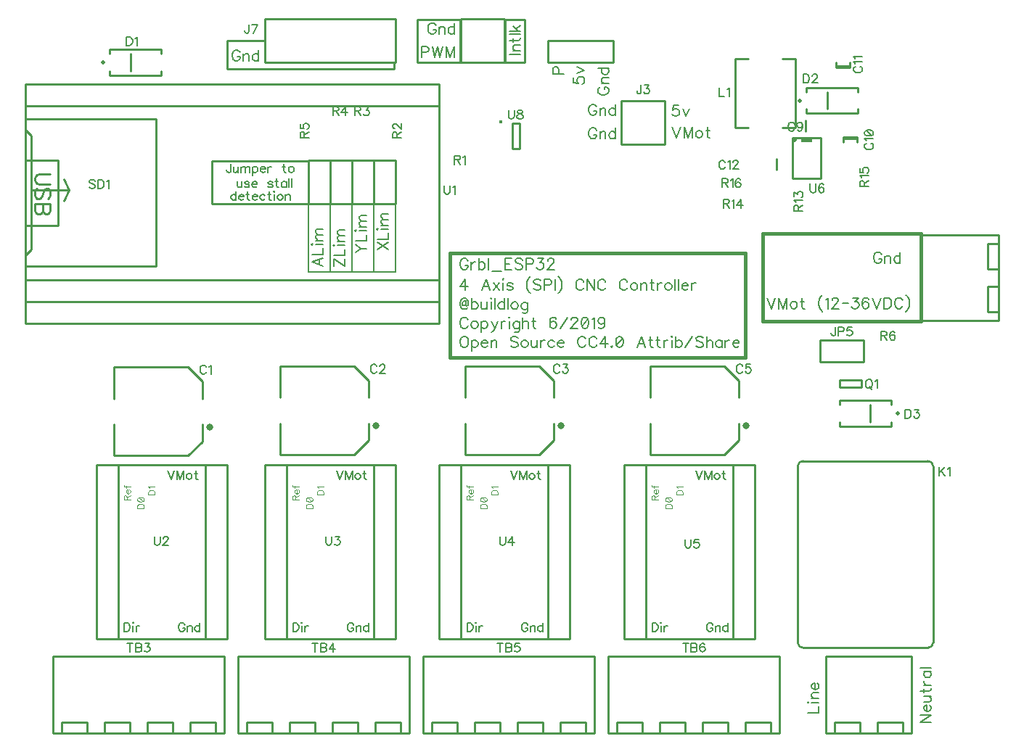
<source format=gbr>
G04 DipTrace 3.3.1.3*
G04 TopSilk.gbr*
%MOIN*%
G04 #@! TF.FileFunction,Legend,Top*
G04 #@! TF.Part,Single*
%ADD10C,0.009843*%
%ADD22C,0.008*%
%ADD23C,0.01*%
%ADD24C,0.0151*%
%ADD25C,0.031465*%
%ADD29C,0.019695*%
%ADD49C,0.019705*%
%ADD52C,0.015395*%
%ADD122C,0.006176*%
%ADD123C,0.00772*%
%ADD125C,0.010807*%
%ADD126C,0.004632*%
%FSLAX26Y26*%
G04*
G70*
G90*
G75*
G01*
G04 TopSilk*
%LPD*%
X801171Y1687008D2*
D10*
Y1830721D1*
Y1687008D2*
X1141754D1*
X801171Y1948806D2*
Y2092520D1*
X1141754D1*
X1206703Y1751971D2*
Y1830721D1*
Y1948806D2*
Y2027557D1*
Y1751971D2*
X1141754Y1687008D1*
X1206703Y2027557D2*
X1141754Y2092520D1*
D25*
X1240134Y1818901D3*
X1563770Y1690945D2*
D10*
Y1834658D1*
Y1690945D2*
X1904352D1*
X1563770Y1952743D2*
Y2096457D1*
X1904352D1*
X1969301Y1755908D2*
Y1834658D1*
Y1952743D2*
Y2031494D1*
Y1755908D2*
X1904352Y1690945D1*
X1969301Y2031494D2*
X1904352Y2096457D1*
D25*
X2002732Y1822838D3*
X2413770Y1690945D2*
D10*
Y1834658D1*
Y1690945D2*
X2754352D1*
X2413770Y1952743D2*
Y2096457D1*
X2754352D1*
X2819301Y1755908D2*
Y1834658D1*
Y1952743D2*
Y2031494D1*
Y1755908D2*
X2754352Y1690945D1*
X2819301Y2031494D2*
X2754352Y2096457D1*
D25*
X2852732Y1822838D3*
X3263770Y1690945D2*
D10*
Y1834658D1*
Y1690945D2*
X3604352D1*
X3263770Y1952743D2*
Y2096457D1*
X3604352D1*
X3669301Y1755908D2*
Y1834658D1*
Y1952743D2*
Y2031494D1*
Y1755908D2*
X3604352Y1690945D1*
X3669301Y2031494D2*
X3604352Y2096457D1*
D25*
X3702732Y1822838D3*
X3977341Y3176130D2*
D10*
Y3227272D1*
X4149236Y3143913D2*
X4212165D1*
X4149236Y3151362D2*
X4212165D1*
X4149236D2*
Y3127803D1*
X4212165Y3151362D2*
Y3127803D1*
X4178932Y3478509D2*
X4116003D1*
X4178932Y3471060D2*
X4116003D1*
X4178932D2*
Y3494619D1*
X4116003Y3471060D2*
Y3494619D1*
X3845060Y3051272D2*
Y3000130D1*
X779322Y3533067D2*
Y3552756D1*
X1015546D1*
Y3533067D1*
X779322Y3454335D2*
Y3434646D1*
X1015546D1*
Y3454335D1*
X877768Y3533067D2*
Y3454335D1*
D29*
X749808Y3493701D3*
X3979322Y3358067D2*
D10*
Y3377756D1*
X4215546D1*
Y3358067D1*
X3979322Y3279335D2*
Y3259646D1*
X4215546D1*
Y3279335D1*
X4077768Y3358067D2*
Y3279335D1*
D29*
X3949808Y3318701D3*
X4370580Y1841835D2*
D10*
Y1822146D1*
X4134355D1*
Y1841835D1*
X4370580Y1920567D2*
Y1940256D1*
X4134355D1*
Y1920567D1*
X4272134Y1841835D2*
Y1920567D1*
D29*
X4400094Y1881201D3*
X4509350Y2307776D2*
D10*
X4863681D1*
Y2701476D1*
X4509350D1*
Y2307776D1*
X4814465Y2347146D2*
X4863681D1*
Y2465256D1*
X4814465D1*
Y2347146D1*
Y2543996D2*
X4863681D1*
Y2662106D1*
X4814465D1*
Y2543996D1*
X2393701Y3493701D2*
Y3693701D1*
X2593701Y3493701D2*
X2393701D1*
X2593701Y3693701D2*
X2393701D1*
X2593701Y3493701D2*
Y3693701D1*
X1919401Y2393701D2*
X1927001D1*
X467801D2*
X2293701D1*
X393701D2*
X467801D1*
X393701Y2293701D2*
Y2393701D1*
Y2293701D2*
X2293701D1*
Y2393701D1*
X2093701Y3693701D2*
X1493701D1*
Y3493701D1*
X2093701D2*
X1493701D1*
X2093701Y3693701D2*
Y3493701D1*
X2793720Y3593706D2*
X3093682D1*
Y3493701D1*
X2793720D1*
Y3593706D1*
X394291Y3183447D2*
X419311Y3158472D1*
X394291Y3233465D2*
X994291D1*
Y2558465D1*
X394291D1*
Y3233465D1*
X419311Y3158472D2*
Y2633457D1*
X394291Y2608482D1*
X419311Y2908452D2*
X594271D1*
X569311Y2958470D1*
X594271Y2908452D2*
X569311Y2858435D1*
X1993701Y2843701D2*
X2093701D1*
X1993701Y3043701D2*
Y2843701D1*
Y3043701D2*
X2093701D1*
Y2843701D1*
X1893701D2*
X1993701D1*
X1893701Y3043701D2*
Y2843701D1*
Y3043701D2*
X1993701D1*
Y2843701D1*
X1793701D2*
X1893701D1*
X1793701Y3043701D2*
Y2843701D1*
Y3043701D2*
X1893701D1*
Y2843701D1*
X1693701D2*
X1793701D1*
X1693701Y3043701D2*
Y2843701D1*
Y3043701D2*
X1793701D1*
Y2843701D1*
X4043701Y2218701D2*
Y2118701D1*
X4243701Y2218701D2*
X4043701D1*
X4243701D2*
Y2118701D1*
X4043701D1*
X3964956Y803150D2*
G02X3940945Y827181I3J24014D01*
G01*
Y1637386D1*
G02X3964956Y1661417I24014J18D01*
G01*
X4538981D1*
G02X4562992Y1637386I-3J-24014D01*
G01*
Y827181D1*
G02X4538981Y803150I-24014J-18D01*
G01*
X3964956D1*
X3712518Y3194611D2*
X3653459D1*
Y3509578D1*
X3712518D1*
X3869991D2*
X3929050D1*
Y3194611D1*
X3869991D1*
X4232482Y2001086D2*
X4134060D1*
Y2032575D1*
X4232482D1*
Y2001086D1*
X4070276Y765551D2*
X4463976D1*
Y411220D1*
X4070276D1*
Y765551D1*
X4109646Y460437D2*
X4227756D1*
Y411220D1*
X4109646D1*
Y460437D1*
X4306496D2*
X4424606D1*
Y411220D1*
X4306496D1*
Y460437D1*
X520276Y765551D2*
X1307677D1*
Y411220D1*
X520276D1*
Y765551D1*
X559646Y460437D2*
X677756D1*
Y411220D1*
X559646D1*
Y460437D1*
X756496D2*
X874606D1*
Y411220D1*
X756496D1*
Y460437D1*
X953346D2*
X1071457D1*
Y411220D1*
X953346D1*
Y460437D1*
X1150197D2*
X1268307D1*
Y411220D1*
X1150197D1*
Y460437D1*
X1370276Y765551D2*
X2157677D1*
Y411220D1*
X1370276D1*
Y765551D1*
X1409646Y460437D2*
X1527756D1*
Y411220D1*
X1409646D1*
Y460437D1*
X1606496D2*
X1724606D1*
Y411220D1*
X1606496D1*
Y460437D1*
X1803346D2*
X1921457D1*
Y411220D1*
X1803346D1*
Y460437D1*
X2000197D2*
X2118307D1*
Y411220D1*
X2000197D1*
Y460437D1*
X2220276Y765551D2*
X3007677D1*
Y411220D1*
X2220276D1*
Y765551D1*
X2259646Y460437D2*
X2377756D1*
Y411220D1*
X2259646D1*
Y460437D1*
X2456496D2*
X2574606D1*
Y411220D1*
X2456496D1*
Y460437D1*
X2653346D2*
X2771457D1*
Y411220D1*
X2653346D1*
Y460437D1*
X2850197D2*
X2968307D1*
Y411220D1*
X2850197D1*
Y460437D1*
X3070276Y765551D2*
X3857677D1*
Y411220D1*
X3070276D1*
Y765551D1*
X3109646Y460437D2*
X3227756D1*
Y411220D1*
X3109646D1*
Y460437D1*
X3306496D2*
X3424606D1*
Y411220D1*
X3306496D1*
Y460437D1*
X3503346D2*
X3621457D1*
Y411220D1*
X3503346D1*
Y460437D1*
X3700197D2*
X3818307D1*
Y411220D1*
X3700197D1*
Y460437D1*
X2293717Y3393701D2*
X393701D1*
Y2393701D1*
X2293717D1*
Y3393701D1*
Y3293701D2*
X393701D1*
X2293717Y2493701D2*
X393701D1*
X2294146Y3209801D2*
D3*
X543601Y3043701D2*
X393701D1*
Y2743701D1*
X543601D1*
Y3043701D1*
X718701Y1643701D2*
X818721D1*
Y843701D1*
X718701D1*
Y1643701D1*
X1218681D2*
X1318701D1*
Y843701D1*
X1218681D1*
Y1643701D1*
X818721D2*
X1218681D1*
Y843701D1*
X818721D1*
Y1643701D1*
X1493701D2*
X1593721D1*
Y843701D1*
X1493701D1*
Y1643701D1*
X1993681D2*
X2093701D1*
Y843701D1*
X1993681D1*
Y1643701D1*
X1593721D2*
X1993681D1*
Y843701D1*
X1593721D1*
Y1643701D1*
X2293701D2*
X2393721D1*
Y843701D1*
X2293701D1*
Y1643701D1*
X2793681D2*
X2893701D1*
Y843701D1*
X2793681D1*
Y1643701D1*
X2393721D2*
X2793681D1*
Y843701D1*
X2393721D1*
Y1643701D1*
X3143701D2*
X3243721D1*
Y843701D1*
X3143701D1*
Y1643701D1*
X3643681D2*
X3743701D1*
Y843701D1*
X3643681D1*
Y1643701D1*
X3243721D2*
X3643681D1*
Y843701D1*
X3243721D1*
Y1643701D1*
X4046060Y3147438D2*
X3918104D1*
Y2960430D1*
X4046060D1*
Y3147438D1*
D49*
X3927956Y3137592D3*
G36*
X4006706Y3147438D2*
X3957486D1*
Y3127746D1*
X4006706D1*
Y3147438D1*
G37*
D52*
X2577075Y3220615D3*
X2631141Y3215352D2*
D10*
Y3097244D1*
X2662632Y3215352D2*
Y3097244D1*
X2631141D2*
X2662632D1*
X2631141Y3215352D2*
X2662632D1*
X3131201Y3118701D2*
Y3318701D1*
X3331201Y3118701D2*
X3131201D1*
X3331201Y3318701D2*
X3131201D1*
X3331201Y3118701D2*
Y3318701D1*
X1693701Y2843701D2*
D22*
X1793701D1*
Y2531201D1*
X1693701D1*
Y2843701D1*
X1793701D2*
X1893701D1*
Y2531201D1*
X1793701D1*
Y2843701D1*
X1893701D2*
X1993701D1*
Y2531201D1*
X1893701D1*
Y2843701D1*
X1993701D2*
X2093701D1*
Y2531201D1*
X1993701D1*
Y2843701D1*
X2598425Y3690945D2*
D23*
X2687008D1*
Y3494094D1*
X2598425D1*
Y3690945D1*
X2194882D2*
X2391732D1*
Y3494094D1*
X2194882D1*
Y3690945D1*
X3779528Y2706693D2*
D24*
X4507874D1*
Y2303150D1*
X3779528D1*
Y2706693D1*
X2342520Y2618110D2*
X3700787D1*
Y2135827D1*
X2342520D1*
Y2618110D1*
X2086614Y3494094D2*
D10*
Y3464567D1*
X1318898D1*
Y3592520D1*
X1486220D1*
X1692913Y3041339D2*
X1250000D1*
Y2844488D1*
X1692913D1*
Y2854331D1*
X1223847Y2092335D2*
D122*
X1221946Y2096138D1*
X1218099Y2099984D1*
X1214297Y2101886D1*
X1206647D1*
X1202801Y2099984D1*
X1198998Y2096138D1*
X1197053Y2092335D1*
X1195151Y2086587D1*
Y2076992D1*
X1197053Y2071288D1*
X1198998Y2067442D1*
X1202801Y2063639D1*
X1206647Y2061694D1*
X1214297D1*
X1218099Y2063639D1*
X1221946Y2067442D1*
X1223847Y2071288D1*
X1236199Y2094192D2*
X1240045Y2096138D1*
X1245794Y2101841D1*
Y2061694D1*
X2007373Y2096272D2*
X2005472Y2100075D1*
X2001625Y2103921D1*
X1997823Y2105823D1*
X1990173D1*
X1986327Y2103921D1*
X1982524Y2100075D1*
X1980579Y2096272D1*
X1978677Y2090524D1*
Y2080929D1*
X1980579Y2075225D1*
X1982524Y2071379D1*
X1986327Y2067576D1*
X1990173Y2065631D1*
X1997823D1*
X2001625Y2067576D1*
X2005472Y2071379D1*
X2007373Y2075225D1*
X2021670Y2096228D2*
Y2098129D1*
X2023572Y2101976D1*
X2025473Y2103877D1*
X2029320Y2105778D1*
X2036969D1*
X2040771Y2103877D1*
X2042673Y2101976D1*
X2044618Y2098129D1*
Y2094326D1*
X2042673Y2090480D1*
X2038870Y2084776D1*
X2019725Y2065631D1*
X2046519D1*
X2847531Y2096272D2*
X2845630Y2100075D1*
X2841783Y2103921D1*
X2837980Y2105823D1*
X2830331D1*
X2826484Y2103921D1*
X2822682Y2100075D1*
X2820736Y2096272D1*
X2818835Y2090524D1*
Y2080929D1*
X2820736Y2075225D1*
X2822682Y2071379D1*
X2826484Y2067576D1*
X2830331Y2065631D1*
X2837980D1*
X2841783Y2067576D1*
X2845630Y2071379D1*
X2847531Y2075225D1*
X2863729Y2105778D2*
X2884731D1*
X2873280Y2090480D1*
X2879028D1*
X2882830Y2088578D1*
X2884731Y2086677D1*
X2886677Y2080929D1*
Y2077127D1*
X2884731Y2071379D1*
X2880929Y2067532D1*
X2875181Y2065631D1*
X2869433D1*
X2863729Y2067532D1*
X2861828Y2069477D1*
X2859882Y2073280D1*
X3687688Y2096272D2*
X3685787Y2100075D1*
X3681940Y2103921D1*
X3678138Y2105823D1*
X3670488D1*
X3666642Y2103921D1*
X3662839Y2100075D1*
X3660894Y2096272D1*
X3658992Y2090524D1*
Y2080929D1*
X3660894Y2075225D1*
X3662839Y2071379D1*
X3666642Y2067576D1*
X3670488Y2065631D1*
X3678138D1*
X3681940Y2067576D1*
X3685787Y2071379D1*
X3687688Y2075225D1*
X3722988Y2105778D2*
X3703886D1*
X3701985Y2088578D1*
X3703886Y2090480D1*
X3709635Y2092425D1*
X3715338D1*
X3721086Y2090480D1*
X3724933Y2086677D1*
X3726834Y2080929D1*
Y2077127D1*
X3724933Y2071379D1*
X3721086Y2067532D1*
X3715338Y2065631D1*
X3709635D1*
X3703886Y2067532D1*
X3701985Y2069477D1*
X3700040Y2073280D1*
X3925833Y3208701D2*
X3923932Y3212504D1*
X3920085Y3216350D1*
X3916283Y3218252D1*
X3908633D1*
X3904787Y3216350D1*
X3900984Y3212504D1*
X3899039Y3208701D1*
X3897137Y3202953D1*
Y3193358D1*
X3899039Y3187654D1*
X3900984Y3183808D1*
X3904787Y3180005D1*
X3908633Y3178060D1*
X3916283D1*
X3920085Y3180005D1*
X3923932Y3183808D1*
X3925833Y3187654D1*
X3963078Y3204854D2*
X3961132Y3199106D1*
X3957330Y3195260D1*
X3951582Y3193358D1*
X3949681D1*
X3943933Y3195260D1*
X3940130Y3199106D1*
X3938185Y3204854D1*
Y3206756D1*
X3940130Y3212504D1*
X3943933Y3216306D1*
X3949681Y3218207D1*
X3951582D1*
X3957330Y3216306D1*
X3961132Y3212504D1*
X3963078Y3204854D1*
Y3195260D1*
X3961132Y3185709D1*
X3957330Y3179961D1*
X3951582Y3178060D1*
X3947779D1*
X3942031Y3179961D1*
X3940130Y3183808D1*
X4257240Y3121885D2*
X4253437Y3119983D1*
X4249591Y3116137D1*
X4247689Y3112334D1*
Y3104685D1*
X4249591Y3100838D1*
X4253437Y3097035D1*
X4257240Y3095090D1*
X4262988Y3093189D1*
X4272583D1*
X4278286Y3095090D1*
X4282133Y3097035D1*
X4285936Y3100838D1*
X4287881Y3104685D1*
Y3112334D1*
X4285936Y3116137D1*
X4282133Y3119983D1*
X4278287Y3121885D1*
X4255383Y3134236D2*
X4253437Y3138083D1*
X4247734Y3143831D1*
X4287881D1*
X4247734Y3167678D2*
X4249635Y3161930D1*
X4255383Y3158083D1*
X4264933Y3156182D1*
X4270681D1*
X4280232Y3158083D1*
X4285980Y3161930D1*
X4287881Y3167678D1*
Y3171481D1*
X4285980Y3177229D1*
X4280232Y3181031D1*
X4270681Y3182977D1*
X4264933D1*
X4255383Y3181031D1*
X4249635Y3177229D1*
X4247734Y3171481D1*
Y3167678D1*
X4255383Y3181031D2*
X4280232Y3158083D1*
X4206757Y3475242D2*
X4202954Y3473341D1*
X4199108Y3469494D1*
X4197206Y3465691D1*
Y3458042D1*
X4199108Y3454195D1*
X4202954Y3450393D1*
X4206757Y3448447D1*
X4212505Y3446546D1*
X4222100D1*
X4227804Y3448447D1*
X4231650Y3450393D1*
X4235453Y3454195D1*
X4237398Y3458042D1*
Y3465691D1*
X4235453Y3469494D1*
X4231650Y3473340D1*
X4227804Y3475242D1*
X4204900Y3487593D2*
X4202954Y3491440D1*
X4197251Y3497188D1*
X4237398D1*
X4204900Y3509539D2*
X4202954Y3513386D1*
X4197251Y3519134D1*
X4237398D1*
X3607486Y3034269D2*
X3605584Y3038072D1*
X3601738Y3041919D1*
X3597935Y3043820D1*
X3590286D1*
X3586439Y3041919D1*
X3582636Y3038072D1*
X3580691Y3034269D1*
X3578790Y3028521D1*
Y3018927D1*
X3580691Y3013223D1*
X3582636Y3009376D1*
X3586439Y3005573D1*
X3590286Y3003628D1*
X3597935D1*
X3601738Y3005573D1*
X3605584Y3009376D1*
X3607486Y3013223D1*
X3619837Y3036126D2*
X3623684Y3038072D1*
X3629432Y3043776D1*
Y3003628D1*
X3643729Y3034225D2*
Y3036126D1*
X3645630Y3039973D1*
X3647531Y3041874D1*
X3651378Y3043776D1*
X3659027D1*
X3662830Y3041874D1*
X3664731Y3039973D1*
X3666677Y3036126D1*
Y3032324D1*
X3664731Y3028477D1*
X3660929Y3022773D1*
X3641783Y3003628D1*
X3668578D1*
X858307Y3611334D2*
Y3571142D1*
X871704D1*
X877452Y3573088D1*
X881299Y3576890D1*
X883200Y3580737D1*
X885101Y3586441D1*
Y3596036D1*
X883200Y3601784D1*
X881299Y3605586D1*
X877452Y3609433D1*
X871704Y3611334D1*
X858307D1*
X897453Y3603641D2*
X901300Y3605586D1*
X907048Y3611290D1*
Y3571142D1*
X3966548Y3439844D2*
Y3399652D1*
X3979945D1*
X3985693Y3401597D1*
X3989540Y3405400D1*
X3991441Y3409246D1*
X3993343Y3414950D1*
Y3424545D1*
X3991441Y3430293D1*
X3989540Y3434096D1*
X3985693Y3437942D1*
X3979945Y3439844D1*
X3966548D1*
X4007640Y3430249D2*
Y3432150D1*
X4009541Y3435997D1*
X4011442Y3437898D1*
X4015289Y3439799D1*
X4022938D1*
X4026741Y3437898D1*
X4028642Y3435997D1*
X4030587Y3432150D1*
Y3428347D1*
X4028642Y3424501D1*
X4024839Y3418797D1*
X4005694Y3399652D1*
X4032489D1*
X4434254Y1898834D2*
Y1858642D1*
X4447651D1*
X4453399Y1860588D1*
X4457246Y1864390D1*
X4459147Y1868237D1*
X4461049Y1873941D1*
Y1883536D1*
X4459147Y1889284D1*
X4457246Y1893086D1*
X4453399Y1896933D1*
X4447651Y1898834D1*
X4434254D1*
X4477247Y1898790D2*
X4498249D1*
X4486797Y1883492D1*
X4492545D1*
X4496348Y1881590D1*
X4498249Y1879689D1*
X4500195Y1873941D1*
Y1870138D1*
X4498249Y1864390D1*
X4494447Y1860544D1*
X4488699Y1858642D1*
X4482951D1*
X4477247Y1860544D1*
X4475346Y1862489D1*
X4473400Y1866292D1*
X1420084Y3667825D2*
Y3637228D1*
X1418182Y3631480D1*
X1416237Y3629579D1*
X1412434Y3627633D1*
X1408588D1*
X1404785Y3629579D1*
X1402884Y3631480D1*
X1400938Y3637228D1*
Y3641031D1*
X1440084Y3627633D2*
X1459230Y3667781D1*
X1432435D1*
X714643Y2948795D2*
X710840Y2952642D1*
X705092Y2954543D1*
X697443D1*
X691695Y2952642D1*
X687848Y2948795D1*
Y2944992D1*
X689793Y2941146D1*
X691695Y2939244D1*
X695497Y2937343D1*
X706993Y2933496D1*
X710840Y2931595D1*
X712741Y2929650D1*
X714643Y2925847D1*
Y2920099D1*
X710840Y2916297D1*
X705092Y2914351D1*
X697443D1*
X691695Y2916297D1*
X687848Y2920099D1*
X726994Y2954543D2*
Y2914351D1*
X740391D1*
X746139Y2916297D1*
X749986Y2920099D1*
X751887Y2923946D1*
X753789Y2929650D1*
Y2939244D1*
X751887Y2944992D1*
X749986Y2948795D1*
X746139Y2952642D1*
X740391Y2954543D1*
X726994D1*
X766140Y2946850D2*
X769987Y2948795D1*
X775735Y2954499D1*
Y2914351D1*
X4114127Y2277279D2*
Y2246682D1*
X4112226Y2240934D1*
X4110281Y2239033D1*
X4106478Y2237087D1*
X4102631D1*
X4098829Y2239033D1*
X4096928Y2240934D1*
X4094982Y2246682D1*
Y2250485D1*
X4126479Y2256233D2*
X4143723D1*
X4149427Y2258134D1*
X4151372Y2260079D1*
X4153273Y2263882D1*
Y2269630D1*
X4151372Y2273432D1*
X4149427Y2275378D1*
X4143723Y2277279D1*
X4126479D1*
Y2237087D1*
X4188573Y2277235D2*
X4169472D1*
X4167570Y2260035D1*
X4169472Y2261936D1*
X4175220Y2263882D1*
X4180923D1*
X4186672Y2261936D1*
X4190518Y2258134D1*
X4192420Y2252386D1*
Y2248583D1*
X4190518Y2242835D1*
X4186672Y2238989D1*
X4180923Y2237087D1*
X4175220D1*
X4169472Y2238989D1*
X4167570Y2240934D1*
X4165625Y2244737D1*
X4590098Y1632496D2*
Y1592304D1*
X4616893Y1632496D2*
X4590098Y1605701D1*
X4599649Y1615296D2*
X4616893Y1592304D1*
X4629244Y1624802D2*
X4633091Y1626748D1*
X4638839Y1632452D1*
Y1592304D1*
X3581308Y3377019D2*
Y3336827D1*
X3604255D1*
X3616607Y3369326D2*
X3620454Y3371271D1*
X3626202Y3376975D1*
Y3336827D1*
X4264139Y2036039D2*
X4260337Y2034182D1*
X4256490Y2030335D1*
X4254589Y2026489D1*
X4252643Y2020740D1*
Y2011190D1*
X4254589Y2005442D1*
X4256490Y2001639D1*
X4260337Y1997793D1*
X4264139Y1995891D1*
X4271789D1*
X4275635Y1997793D1*
X4279438Y2001639D1*
X4281339Y2005442D1*
X4283285Y2011190D1*
Y2020740D1*
X4281339Y2026489D1*
X4279438Y2030335D1*
X4275635Y2034182D1*
X4271789Y2036039D1*
X4264139D1*
X4269887Y2003541D2*
X4281339Y1992045D1*
X4295636Y2028346D2*
X4299483Y2030291D1*
X4305231Y2035995D1*
Y1995847D1*
X2364803Y3045732D2*
X2382003D1*
X2387751Y3047678D1*
X2389696Y3049579D1*
X2391597Y3053382D1*
Y3057228D1*
X2389696Y3061031D1*
X2387751Y3062976D1*
X2382003Y3064878D1*
X2364803D1*
Y3024686D1*
X2378200Y3045732D2*
X2391597Y3024686D1*
X2403949Y3057184D2*
X2407796Y3059130D1*
X2413544Y3064833D1*
Y3024686D1*
X2099740Y3148132D2*
Y3165332D1*
X2097795Y3171080D1*
X2095893Y3173025D1*
X2092091Y3174927D1*
X2088244D1*
X2084442Y3173025D1*
X2082496Y3171080D1*
X2080595Y3165332D1*
Y3148132D1*
X2120787D1*
X2099740Y3161529D2*
X2120787Y3174927D1*
X2090190Y3189224D2*
X2088288D1*
X2084442Y3191125D1*
X2082540Y3193026D1*
X2080639Y3196873D1*
Y3204522D1*
X2082540Y3208325D1*
X2084442Y3210226D1*
X2088288Y3212172D1*
X2092091D1*
X2095938Y3210226D1*
X2101641Y3206423D1*
X2120787Y3187278D1*
Y3214073D1*
X1906203Y3270535D2*
X1923403D1*
X1929151Y3272481D1*
X1931096Y3274382D1*
X1932998Y3278185D1*
Y3282032D1*
X1931096Y3285834D1*
X1929151Y3287780D1*
X1923403Y3289681D1*
X1906203D1*
Y3249489D1*
X1919600Y3270535D2*
X1932998Y3249489D1*
X1949196Y3289637D2*
X1970198D1*
X1958746Y3274338D1*
X1964494D1*
X1968297Y3272437D1*
X1970198Y3270535D1*
X1972144Y3264787D1*
Y3260985D1*
X1970198Y3255237D1*
X1966396Y3251390D1*
X1960648Y3249489D1*
X1954900D1*
X1949196Y3251390D1*
X1947294Y3253336D1*
X1945349Y3257138D1*
X1805252Y3270535D2*
X1822452D1*
X1828200Y3272481D1*
X1830146Y3274382D1*
X1832047Y3278185D1*
Y3282032D1*
X1830146Y3285834D1*
X1828200Y3287780D1*
X1822452Y3289681D1*
X1805252D1*
Y3249489D1*
X1818650Y3270535D2*
X1832047Y3249489D1*
X1863544D2*
Y3289637D1*
X1844398Y3262886D1*
X1873094D1*
X4324105Y2237661D2*
X4341305D1*
X4347053Y2239607D1*
X4348998Y2241508D1*
X4350899Y2245311D1*
Y2249158D1*
X4348998Y2252960D1*
X4347053Y2254906D1*
X4341305Y2256807D1*
X4324105D1*
Y2216615D1*
X4337502Y2237661D2*
X4350899Y2216615D1*
X4386199Y2251059D2*
X4384297Y2254861D1*
X4378549Y2256763D1*
X4374747D1*
X4368999Y2254861D1*
X4365152Y2249113D1*
X4363251Y2239563D1*
Y2230012D1*
X4365152Y2222363D1*
X4368999Y2218516D1*
X4374747Y2216615D1*
X4376648D1*
X4382352Y2218516D1*
X4386199Y2222363D1*
X4388100Y2228111D1*
Y2230012D1*
X4386199Y2235760D1*
X4382352Y2239563D1*
X4376648Y2241464D1*
X4374747D1*
X4368999Y2239563D1*
X4365152Y2235760D1*
X4363251Y2230012D1*
X1674740Y3148132D2*
Y3165332D1*
X1672795Y3171080D1*
X1670893Y3173025D1*
X1667091Y3174927D1*
X1663244D1*
X1659442Y3173025D1*
X1657496Y3171080D1*
X1655595Y3165332D1*
Y3148132D1*
X1695787D1*
X1674740Y3161529D2*
X1695787Y3174927D1*
X1655639Y3210226D2*
Y3191125D1*
X1672839Y3189224D1*
X1670938Y3191125D1*
X1668992Y3196873D1*
Y3202577D1*
X1670938Y3208325D1*
X1674740Y3212171D1*
X1680488Y3214073D1*
X1684291D1*
X1690039Y3212171D1*
X1693886Y3208325D1*
X1695787Y3202577D1*
Y3196873D1*
X1693886Y3191125D1*
X1691940Y3189224D1*
X1688138Y3187278D1*
X3943240Y2812159D2*
Y2829359D1*
X3941295Y2835107D1*
X3939393Y2837052D1*
X3935591Y2838954D1*
X3931744D1*
X3927942Y2837052D1*
X3925996Y2835107D1*
X3924095Y2829359D1*
Y2812159D1*
X3964287D1*
X3943240Y2825556D2*
X3964287Y2838954D1*
X3931788Y2851305D2*
X3929843Y2855152D1*
X3924139Y2860900D1*
X3964287D1*
X3924139Y2877098D2*
Y2898100D1*
X3939438Y2886649D1*
Y2892397D1*
X3941339Y2896199D1*
X3943240Y2898100D1*
X3948988Y2900046D1*
X3952791D1*
X3958539Y2898100D1*
X3962386Y2894298D1*
X3964287Y2888550D1*
Y2882802D1*
X3962386Y2877098D1*
X3960440Y2875197D1*
X3956638Y2873251D1*
X3599458Y2845161D2*
X3616657D1*
X3622406Y2847107D1*
X3624351Y2849008D1*
X3626252Y2852811D1*
Y2856658D1*
X3624351Y2860460D1*
X3622406Y2862406D1*
X3616657Y2864307D1*
X3599458D1*
Y2824115D1*
X3612855Y2845161D2*
X3626252Y2824115D1*
X3638604Y2856613D2*
X3642450Y2858559D1*
X3648198Y2864263D1*
Y2824115D1*
X3679695D2*
Y2864263D1*
X3660550Y2837512D1*
X3689246D1*
X4245489Y2923659D2*
X4245490Y2940859D1*
X4243544Y2946607D1*
X4241643Y2948552D1*
X4237840Y2950454D1*
X4233993D1*
X4230191Y2948552D1*
X4228245Y2946607D1*
X4226344Y2940859D1*
Y2923659D1*
X4266536D1*
X4245490Y2937056D2*
X4266536Y2950454D1*
X4234038Y2962805D2*
X4232092Y2966652D1*
X4226388Y2972400D1*
X4266536D1*
X4226388Y3007699D2*
Y2988598D1*
X4243588Y2986697D1*
X4241687Y2988598D1*
X4239742Y2994346D1*
Y3000050D1*
X4241687Y3005798D1*
X4245490Y3009645D1*
X4251238Y3011546D1*
X4255040D1*
X4260788Y3009645D1*
X4264635Y3005798D1*
X4266536Y3000050D1*
Y2994346D1*
X4264635Y2988598D1*
X4262689Y2986697D1*
X4258887Y2984751D1*
X3593828Y2940161D2*
X3611028D1*
X3616776Y2942107D1*
X3618722Y2944008D1*
X3620623Y2947811D1*
Y2951658D1*
X3618722Y2955460D1*
X3616776Y2957406D1*
X3611028Y2959307D1*
X3593828D1*
Y2919115D1*
X3607226Y2940161D2*
X3620623Y2919115D1*
X3632975Y2951613D2*
X3636821Y2953559D1*
X3642569Y2959263D1*
Y2919115D1*
X3677869Y2953559D2*
X3675967Y2957361D1*
X3670219Y2959263D1*
X3666417D1*
X3660669Y2957361D1*
X3656822Y2951613D1*
X3654921Y2942063D1*
Y2932512D1*
X3656822Y2924863D1*
X3660669Y2921016D1*
X3666417Y2919115D1*
X3668318D1*
X3674022Y2921016D1*
X3677869Y2924863D1*
X3679770Y2930611D1*
Y2932512D1*
X3677869Y2938260D1*
X3674022Y2942063D1*
X3668318Y2943964D1*
X3666417D1*
X3660669Y2942063D1*
X3656822Y2938260D1*
X3654921Y2932512D1*
X874830Y824130D2*
Y783938D1*
X861433Y824130D2*
X888228D1*
X900579D2*
Y783938D1*
X917823D1*
X923571Y785883D1*
X925472Y787784D1*
X927374Y791587D1*
Y797335D1*
X925472Y801182D1*
X923571Y803083D1*
X917823Y804984D1*
X923571Y806930D1*
X925472Y808831D1*
X927374Y812634D1*
Y816480D1*
X925472Y820283D1*
X923571Y822228D1*
X917823Y824130D1*
X900579D1*
Y804984D2*
X917823D1*
X943572Y824085D2*
X964574D1*
X953122Y808787D1*
X958870D1*
X962673Y806886D1*
X964574Y804984D1*
X966520Y799236D1*
Y795434D1*
X964574Y789686D1*
X960772Y785839D1*
X955024Y783938D1*
X949276D1*
X943572Y785839D1*
X941671Y787784D1*
X939725Y791587D1*
X1723880Y824130D2*
Y783938D1*
X1710482Y824130D2*
X1737277D1*
X1749628D2*
Y783938D1*
X1766873D1*
X1772621Y785883D1*
X1774522Y787784D1*
X1776423Y791587D1*
Y797335D1*
X1774522Y801182D1*
X1772621Y803083D1*
X1766873Y804984D1*
X1772621Y806930D1*
X1774522Y808831D1*
X1776423Y812634D1*
Y816480D1*
X1774522Y820283D1*
X1772621Y822228D1*
X1766873Y824130D1*
X1749628D1*
Y804984D2*
X1766873D1*
X1807920Y783938D2*
Y824085D1*
X1788774Y797335D1*
X1817470D1*
X2574830Y824130D2*
Y783938D1*
X2561433Y824130D2*
X2588228D1*
X2600579D2*
Y783938D1*
X2617823D1*
X2623571Y785883D1*
X2625472Y787784D1*
X2627374Y791587D1*
Y797335D1*
X2625472Y801182D1*
X2623571Y803083D1*
X2617823Y804984D1*
X2623571Y806930D1*
X2625472Y808831D1*
X2627374Y812634D1*
Y816480D1*
X2625472Y820283D1*
X2623571Y822228D1*
X2617823Y824130D1*
X2600579D1*
Y804984D2*
X2617823D1*
X2662673Y824085D2*
X2643572D1*
X2641671Y806886D1*
X2643572Y808787D1*
X2649320Y810732D1*
X2655024D1*
X2660772Y808787D1*
X2664619Y804984D1*
X2666520Y799236D1*
Y795434D1*
X2664619Y789686D1*
X2660772Y785839D1*
X2655024Y783938D1*
X2649320D1*
X2643572Y785839D1*
X2641671Y787784D1*
X2639725Y791587D1*
X3425803Y824130D2*
Y783938D1*
X3412406Y824130D2*
X3439200D1*
X3451552D2*
Y783938D1*
X3468796D1*
X3474544Y785883D1*
X3476445Y787784D1*
X3478346Y791587D1*
Y797335D1*
X3476445Y801182D1*
X3474544Y803083D1*
X3468796Y804984D1*
X3474544Y806930D1*
X3476445Y808831D1*
X3478346Y812634D1*
Y816480D1*
X3476445Y820283D1*
X3474544Y822228D1*
X3468796Y824130D1*
X3451552D1*
Y804984D2*
X3468796D1*
X3513646Y818382D2*
X3511744Y822184D1*
X3505996Y824085D1*
X3502194D1*
X3496446Y822184D1*
X3492599Y816436D1*
X3490698Y806886D1*
Y797335D1*
X3492599Y789686D1*
X3496446Y785839D1*
X3502194Y783938D1*
X3504095D1*
X3509799Y785839D1*
X3513646Y789686D1*
X3515547Y795434D1*
Y797335D1*
X3513646Y803083D1*
X3509799Y806886D1*
X3504095Y808787D1*
X3502194D1*
X3496446Y806886D1*
X3492599Y803083D1*
X3490698Y797335D1*
X2316574Y2927279D2*
Y2898583D1*
X2318476Y2892835D1*
X2322322Y2889033D1*
X2328071Y2887087D1*
X2331873D1*
X2337621Y2889033D1*
X2341468Y2892835D1*
X2343369Y2898583D1*
Y2927279D1*
X2355721Y2919586D2*
X2359567Y2921531D1*
X2365315Y2927235D1*
Y2887087D1*
X985730Y1314779D2*
Y1286083D1*
X987632Y1280335D1*
X991478Y1276533D1*
X997226Y1274587D1*
X1001029D1*
X1006777Y1276533D1*
X1010624Y1280335D1*
X1012525Y1286083D1*
Y1314779D1*
X1026822Y1305184D2*
Y1307086D1*
X1028723Y1310932D1*
X1030625Y1312834D1*
X1034471Y1314735D1*
X1042121D1*
X1045923Y1312834D1*
X1047824Y1310932D1*
X1049770Y1307086D1*
Y1303283D1*
X1047824Y1299436D1*
X1044022Y1293733D1*
X1024876Y1274587D1*
X1051671D1*
X1773230Y1314779D2*
Y1286083D1*
X1775132Y1280335D1*
X1778978Y1276533D1*
X1784726Y1274587D1*
X1788529D1*
X1794277Y1276533D1*
X1798124Y1280335D1*
X1800025Y1286083D1*
Y1314779D1*
X1816223Y1314735D2*
X1837226D1*
X1825774Y1299436D1*
X1831522D1*
X1835324Y1297535D1*
X1837226Y1295634D1*
X1839171Y1289886D1*
Y1286083D1*
X1837226Y1280335D1*
X1833423Y1276489D1*
X1827675Y1274587D1*
X1821927D1*
X1816223Y1276489D1*
X1814322Y1278434D1*
X1812376Y1282237D1*
X2572280Y1314779D2*
Y1286083D1*
X2574181Y1280335D1*
X2578028Y1276533D1*
X2583776Y1274587D1*
X2587578D1*
X2593326Y1276533D1*
X2597173Y1280335D1*
X2599074Y1286083D1*
Y1314779D1*
X2630571Y1274587D2*
Y1314735D1*
X2611426Y1287985D1*
X2640122D1*
X3423230Y1302279D2*
Y1273583D1*
X3425132Y1267835D1*
X3428978Y1264033D1*
X3434726Y1262087D1*
X3438529D1*
X3444277Y1264033D1*
X3448124Y1267835D1*
X3450025Y1273583D1*
Y1302279D1*
X3485324Y1302235D2*
X3466223D1*
X3464322Y1285035D1*
X3466223Y1286936D1*
X3471971Y1288882D1*
X3477675D1*
X3483423Y1286936D1*
X3487270Y1283134D1*
X3489171Y1277386D1*
Y1273583D1*
X3487270Y1267835D1*
X3483423Y1263989D1*
X3477675Y1262087D1*
X3471971D1*
X3466223Y1263989D1*
X3464322Y1265934D1*
X3462376Y1269737D1*
X3997561Y2935790D2*
Y2907094D1*
X3999463Y2901346D1*
X4003309Y2897543D1*
X4009057Y2895598D1*
X4012860D1*
X4018608Y2897543D1*
X4022455Y2901346D1*
X4024356Y2907094D1*
Y2935790D1*
X4059655Y2930042D2*
X4057754Y2933844D1*
X4052006Y2935746D1*
X4048204D1*
X4042456Y2933844D1*
X4038609Y2928096D1*
X4036707Y2918546D1*
Y2908995D1*
X4038609Y2901346D1*
X4042456Y2897499D1*
X4048204Y2895598D1*
X4050105D1*
X4055809Y2897499D1*
X4059655Y2901346D1*
X4061557Y2907094D1*
Y2908995D1*
X4059655Y2914743D1*
X4055809Y2918546D1*
X4050105Y2920447D1*
X4048204D1*
X4042456Y2918546D1*
X4038609Y2914743D1*
X4036707Y2908995D1*
X2612567Y3274393D2*
Y3245697D1*
X2614469Y3239949D1*
X2618316Y3236147D1*
X2624064Y3234201D1*
X2627866D1*
X2633614Y3236147D1*
X2637461Y3239949D1*
X2639362Y3245697D1*
Y3274393D1*
X2661264Y3274349D2*
X2655560Y3272448D1*
X2653615Y3268645D1*
Y3264799D1*
X2655560Y3260996D1*
X2659363Y3259051D1*
X2667012Y3257149D1*
X2672760Y3255248D1*
X2676563Y3251401D1*
X2678464Y3247599D1*
Y3241851D1*
X2676563Y3238048D1*
X2674661Y3236103D1*
X2668913Y3234201D1*
X2661264D1*
X2655560Y3236103D1*
X2653615Y3238048D1*
X2651714Y3241851D1*
Y3247599D1*
X2653615Y3251401D1*
X2657462Y3255248D1*
X2663165Y3257149D1*
X2670815Y3259051D1*
X2674661Y3260996D1*
X2676563Y3264799D1*
Y3268645D1*
X2674661Y3272448D1*
X2668913Y3274349D1*
X2661264D1*
X3221200Y3389779D2*
Y3359182D1*
X3219299Y3353434D1*
X3217354Y3351533D1*
X3213551Y3349587D1*
X3209704D1*
X3205902Y3351533D1*
X3204001Y3353434D1*
X3202055Y3359182D1*
Y3362985D1*
X3237399Y3389735D2*
X3258401D1*
X3246949Y3374436D1*
X3252697D1*
X3256500Y3372535D1*
X3258401Y3370634D1*
X3260347Y3364886D1*
Y3361083D1*
X3258401Y3355335D1*
X3254598Y3351489D1*
X3248850Y3349587D1*
X3243102D1*
X3237399Y3351489D1*
X3235497Y3353434D1*
X3233552Y3357237D1*
X3393526Y3296906D2*
D123*
X3369650D1*
X3367273Y3275406D1*
X3369650Y3277783D1*
X3376835Y3280215D1*
X3383965D1*
X3391150Y3277783D1*
X3395958Y3273030D1*
X3398335Y3265845D1*
Y3261091D1*
X3395958Y3253906D1*
X3391150Y3249098D1*
X3383965Y3246721D1*
X3376835D1*
X3369650Y3249098D1*
X3367273Y3251530D1*
X3364841Y3256283D1*
X3413774Y3280215D2*
X3428144Y3246721D1*
X3442459Y3280215D1*
X3364841Y3196961D2*
X3383965Y3146721D1*
X3403088Y3196961D1*
X3456774Y3146721D2*
Y3196961D1*
X3437650Y3146721D1*
X3418527Y3196961D1*
Y3146721D1*
X3484151Y3180215D2*
X3479398Y3177838D1*
X3474590Y3173030D1*
X3472213Y3165845D1*
Y3161091D1*
X3474590Y3153906D1*
X3479398Y3149153D1*
X3484151Y3146721D1*
X3491336D1*
X3496145Y3149153D1*
X3500898Y3153906D1*
X3503330Y3161091D1*
Y3165845D1*
X3500898Y3173030D1*
X3496145Y3177838D1*
X3491336Y3180215D1*
X3484151D1*
X3525954Y3196961D2*
Y3156283D1*
X3528331Y3149153D1*
X3533139Y3146721D1*
X3537892D1*
X3518769Y3180215D2*
X3535516D1*
X3799586Y2412119D2*
X3818709Y2361879D1*
X3837832Y2412119D1*
X3891518Y2361879D2*
Y2412119D1*
X3872395Y2361879D1*
X3853271Y2412119D1*
Y2361879D1*
X3918895Y2395372D2*
X3914142Y2392995D1*
X3909334Y2388187D1*
X3906957Y2381002D1*
Y2376249D1*
X3909334Y2369064D1*
X3914142Y2364311D1*
X3918895Y2361879D1*
X3926080D1*
X3930889Y2364311D1*
X3935642Y2369064D1*
X3938074Y2376249D1*
Y2381002D1*
X3935642Y2388187D1*
X3930889Y2392995D1*
X3926080Y2395372D1*
X3918895D1*
X3960698Y2412119D2*
Y2371440D1*
X3963075Y2364311D1*
X3967883Y2361879D1*
X3972636D1*
X3953513Y2395372D2*
X3970260D1*
X4053423Y2425218D2*
X4048615Y2420464D1*
X4043862Y2413279D1*
X4039053Y2403718D1*
X4036677Y2391724D1*
Y2382163D1*
X4039053Y2370224D1*
X4043862Y2360663D1*
X4048615Y2353478D1*
X4053423Y2348725D1*
X4068862Y2402502D2*
X4073671Y2404934D1*
X4080856Y2412063D1*
Y2361879D1*
X4098727Y2400125D2*
Y2402502D1*
X4101104Y2407310D1*
X4103480Y2409687D1*
X4108289Y2412063D1*
X4117850D1*
X4122603Y2409687D1*
X4124980Y2407310D1*
X4127412Y2402502D1*
Y2397749D1*
X4124980Y2392940D1*
X4120227Y2385810D1*
X4096295Y2361879D1*
X4129789D1*
X4145228Y2386971D2*
X4172863D1*
X4193110Y2412063D2*
X4219363D1*
X4205048Y2392940D1*
X4212233D1*
X4216987Y2390564D1*
X4219363Y2388187D1*
X4221795Y2381002D1*
Y2376249D1*
X4219363Y2369064D1*
X4214610Y2364255D1*
X4207425Y2361879D1*
X4200240D1*
X4193110Y2364255D1*
X4190734Y2366687D1*
X4188302Y2371440D1*
X4265919Y2404934D2*
X4263543Y2409687D1*
X4256358Y2412063D1*
X4251604D1*
X4244419Y2409687D1*
X4239611Y2402502D1*
X4237234Y2390564D1*
Y2378625D1*
X4239611Y2369064D1*
X4244419Y2364255D1*
X4251604Y2361879D1*
X4253981D1*
X4261111Y2364255D1*
X4265919Y2369064D1*
X4268296Y2376249D1*
Y2378625D1*
X4265919Y2385810D1*
X4261111Y2390564D1*
X4253981Y2392940D1*
X4251604D1*
X4244419Y2390564D1*
X4239611Y2385810D1*
X4237234Y2378625D1*
X4283735Y2412119D2*
X4302858Y2361879D1*
X4321982Y2412119D1*
X4337421D2*
Y2361879D1*
X4354168D1*
X4361353Y2364311D1*
X4366161Y2369064D1*
X4368538Y2373872D1*
X4370914Y2381002D1*
Y2392995D1*
X4368538Y2400181D1*
X4366161Y2404934D1*
X4361353Y2409742D1*
X4354168Y2412119D1*
X4337421D1*
X4422223Y2400181D2*
X4419847Y2404934D1*
X4415038Y2409742D1*
X4410285Y2412119D1*
X4400724D1*
X4395915Y2409742D1*
X4391162Y2404934D1*
X4388730Y2400181D1*
X4386353Y2392995D1*
Y2381002D1*
X4388730Y2373872D1*
X4391162Y2369064D1*
X4395915Y2364311D1*
X4400724Y2361879D1*
X4410285D1*
X4415038Y2364311D1*
X4419847Y2369064D1*
X4422223Y2373872D1*
X4437663Y2425218D2*
X4442471Y2420464D1*
X4447224Y2413279D1*
X4452033Y2403718D1*
X4454409Y2391724D1*
Y2382163D1*
X4452033Y2370224D1*
X4447224Y2360663D1*
X4442471Y2353478D1*
X4437663Y2348725D1*
X4325711Y2610023D2*
X4323335Y2614776D1*
X4318526Y2619585D1*
X4313773Y2621961D1*
X4304212D1*
X4299403Y2619585D1*
X4294650Y2614776D1*
X4292218Y2610023D1*
X4289841Y2602838D1*
Y2590845D1*
X4292218Y2583715D1*
X4294650Y2578906D1*
X4299403Y2574153D1*
X4304212Y2571721D1*
X4313773D1*
X4318526Y2574153D1*
X4323335Y2578906D1*
X4325711Y2583715D1*
Y2590845D1*
X4313773D1*
X4341151Y2605215D2*
Y2571721D1*
Y2595653D2*
X4348336Y2602838D1*
X4353144Y2605215D1*
X4360274D1*
X4365082Y2602838D1*
X4367459Y2595653D1*
Y2571721D1*
X4411583Y2621961D2*
Y2571721D1*
Y2598030D2*
X4406830Y2602838D1*
X4402021Y2605215D1*
X4394836D1*
X4390083Y2602838D1*
X4385275Y2598030D1*
X4382898Y2590845D1*
Y2586091D1*
X4385275Y2578906D1*
X4390083Y2574153D1*
X4394836Y2571721D1*
X4402021D1*
X4406830Y2574153D1*
X4411583Y2578906D1*
X2910790Y3423488D2*
Y3399612D1*
X2932289Y3397235D1*
X2929913Y3399612D1*
X2927481Y3406797D1*
Y3413927D1*
X2929913Y3421112D1*
X2934666Y3425920D1*
X2941851Y3428297D1*
X2946604D1*
X2953789Y3425920D1*
X2958598Y3421112D1*
X2960974Y3413927D1*
Y3406797D1*
X2958598Y3399612D1*
X2956166Y3397235D1*
X2951413Y3394804D1*
X2927481Y3443736D2*
X2960974Y3458106D1*
X2927481Y3472421D1*
X3034518Y3381328D2*
X3029765Y3378952D1*
X3024956Y3374143D1*
X3022579Y3369390D1*
Y3359828D1*
X3024956Y3355020D1*
X3029764Y3350267D1*
X3034518Y3347835D1*
X3041703Y3345458D1*
X3053696D1*
X3060826Y3347835D1*
X3065634Y3350267D1*
X3070388Y3355020D1*
X3072819Y3359828D1*
Y3369390D1*
X3070388Y3374143D1*
X3065634Y3378952D1*
X3060826Y3381328D1*
X3053696D1*
Y3369390D1*
X3039326Y3396767D2*
X3072819D1*
X3048888D2*
X3041703Y3403953D1*
X3039326Y3408761D1*
Y3415891D1*
X3041703Y3420699D1*
X3048888Y3423076D1*
X3072819D1*
X3022579Y3467200D2*
X3072819D1*
X3046511D2*
X3041703Y3462447D1*
X3039326Y3457638D1*
Y3450453D1*
X3041703Y3445700D1*
X3046511Y3440892D1*
X3053696Y3438515D1*
X3058449D1*
X3065634Y3440892D1*
X3070388Y3445700D1*
X3072819Y3450453D1*
Y3457638D1*
X3070388Y3462447D1*
X3065634Y3467200D1*
X2842264Y3439583D2*
Y3461138D1*
X2839888Y3468268D1*
X2837456Y3470700D1*
X2832703Y3473076D1*
X2825518D1*
X2820765Y3470700D1*
X2818333Y3468268D1*
X2815956Y3461138D1*
Y3439583D1*
X2866196D1*
X2010734Y2632304D2*
X2060974Y2665797D1*
X2010734D2*
X2060974Y2632304D1*
X2010734Y2681236D2*
X2060974D1*
Y2709921D1*
X2010734Y2725360D2*
X2013111Y2727737D1*
X2010734Y2730169D1*
X2008302Y2727737D1*
X2010734Y2725360D1*
X2027481Y2727737D2*
X2060974D1*
X2027481Y2745608D2*
X2060974D1*
X2037043D2*
X2029858Y2752793D1*
X2027481Y2757601D1*
Y2764731D1*
X2029858Y2769540D1*
X2037043Y2771916D1*
X2060974D1*
X2037043D2*
X2029858Y2779101D1*
X2027481Y2783910D1*
Y2791039D1*
X2029858Y2795848D1*
X2037043Y2798280D1*
X2060974D1*
X1910734Y2619804D2*
X1934666Y2638927D1*
X1960974D1*
X1910734Y2658050D2*
X1934666Y2638927D1*
X1910734Y2673489D2*
X1960974D1*
Y2702174D1*
X1910734Y2717613D2*
X1913111Y2719990D1*
X1910734Y2722422D1*
X1908302Y2719990D1*
X1910734Y2717613D1*
X1927481Y2719990D2*
X1960974D1*
X1927481Y2737861D2*
X1960974D1*
X1937043D2*
X1929858Y2745046D1*
X1927481Y2749854D1*
Y2756984D1*
X1929858Y2761793D1*
X1937043Y2764169D1*
X1960974D1*
X1937043D2*
X1929858Y2771354D1*
X1927481Y2776163D1*
Y2783293D1*
X1929858Y2788101D1*
X1937043Y2790533D1*
X1960974D1*
X1810734Y2557304D2*
Y2590797D1*
X1860974Y2557304D1*
Y2590797D1*
X1810734Y2606236D2*
X1860974D1*
Y2634921D1*
X1810734Y2650360D2*
X1813111Y2652737D1*
X1810734Y2655169D1*
X1808302Y2652737D1*
X1810734Y2650360D1*
X1827481Y2652737D2*
X1860974D1*
X1827481Y2670608D2*
X1860974D1*
X1837043D2*
X1829858Y2677793D1*
X1827481Y2682601D1*
Y2689731D1*
X1829858Y2694540D1*
X1837043Y2696916D1*
X1860974D1*
X1837043D2*
X1829858Y2704101D1*
X1827481Y2708910D1*
Y2716039D1*
X1829858Y2720848D1*
X1837043Y2723280D1*
X1860974D1*
X1760974Y2595605D2*
X1710734Y2576427D1*
X1760974Y2557304D1*
X1744228Y2564489D2*
Y2588420D1*
X1710734Y2611044D2*
X1760974D1*
Y2639729D1*
X1710734Y2655169D2*
X1713111Y2657545D1*
X1710734Y2659977D1*
X1708302Y2657545D1*
X1710734Y2655169D1*
X1727481Y2657545D2*
X1760974D1*
X1727481Y2675416D2*
X1760974D1*
X1737043D2*
X1729858Y2682601D1*
X1727481Y2687410D1*
Y2694540D1*
X1729858Y2699348D1*
X1737043Y2701725D1*
X1760974D1*
X1737043D2*
X1729858Y2708910D1*
X1727481Y2713718D1*
Y2720848D1*
X1729858Y2725656D1*
X1737043Y2728088D1*
X1760974D1*
X2413773Y2446721D2*
Y2496906D1*
X2389841Y2463468D1*
X2425711D1*
X2528053Y2446721D2*
X2508875Y2496961D1*
X2489752Y2446721D1*
X2496937Y2463468D2*
X2520868D1*
X2543493Y2480215D2*
X2569801Y2446721D1*
Y2480215D2*
X2543493Y2446721D1*
X2585240Y2496961D2*
X2587617Y2494585D1*
X2590049Y2496961D1*
X2587617Y2499393D1*
X2585240Y2496961D1*
X2587617Y2480215D2*
Y2446721D1*
X2631796Y2473030D2*
X2629420Y2477838D1*
X2622235Y2480215D1*
X2615049D1*
X2607864Y2477838D1*
X2605488Y2473030D1*
X2607864Y2468276D1*
X2612673Y2465845D1*
X2624611Y2463468D1*
X2629420Y2461091D1*
X2631796Y2456283D1*
Y2453906D1*
X2629420Y2449153D1*
X2622235Y2446721D1*
X2615049D1*
X2607864Y2449153D1*
X2605488Y2453906D1*
X2712583Y2510060D2*
X2707775Y2505307D1*
X2703021Y2498122D1*
X2698213Y2488560D1*
X2695836Y2476567D1*
Y2467005D1*
X2698213Y2455067D1*
X2703021Y2445505D1*
X2707775Y2438320D1*
X2712583Y2433567D1*
X2761516Y2489776D2*
X2756762Y2494585D1*
X2749577Y2496961D1*
X2740016D1*
X2732831Y2494585D1*
X2728022Y2489776D1*
Y2485023D1*
X2730454Y2480215D1*
X2732831Y2477838D1*
X2737584Y2475461D1*
X2751954Y2470653D1*
X2756762Y2468276D1*
X2759139Y2465845D1*
X2761516Y2461091D1*
Y2453906D1*
X2756762Y2449153D1*
X2749577Y2446721D1*
X2740016D1*
X2732831Y2449153D1*
X2728022Y2453906D1*
X2776955Y2470653D2*
X2798510D1*
X2805640Y2473030D1*
X2808072Y2475461D1*
X2810448Y2480215D1*
Y2487400D1*
X2808072Y2492153D1*
X2805640Y2494585D1*
X2798510Y2496961D1*
X2776955D1*
Y2446721D1*
X2825887Y2496961D2*
Y2446721D1*
X2841327Y2510060D2*
X2846135Y2505307D1*
X2850888Y2498122D1*
X2855697Y2488560D1*
X2858073Y2476567D1*
Y2467005D1*
X2855697Y2455067D1*
X2850888Y2445505D1*
X2846135Y2438320D1*
X2841327Y2433567D1*
X2957984Y2485023D2*
X2955607Y2489776D1*
X2950798Y2494585D1*
X2946045Y2496961D1*
X2936484D1*
X2931675Y2494585D1*
X2926922Y2489776D1*
X2924490Y2485023D1*
X2922114Y2477838D1*
Y2465845D1*
X2924490Y2458715D1*
X2926922Y2453906D1*
X2931675Y2449153D1*
X2936484Y2446721D1*
X2946045D1*
X2950798Y2449153D1*
X2955607Y2453906D1*
X2957984Y2458715D1*
X3006916Y2496961D2*
Y2446721D1*
X2973423Y2496961D1*
Y2446721D1*
X3058225Y2485023D2*
X3055849Y2489776D1*
X3051040Y2494585D1*
X3046287Y2496961D1*
X3036725D1*
X3031917Y2494585D1*
X3027164Y2489776D1*
X3024732Y2485023D1*
X3022355Y2477838D1*
Y2465845D1*
X3024732Y2458715D1*
X3027164Y2453906D1*
X3031917Y2449153D1*
X3036725Y2446721D1*
X3046287D1*
X3051040Y2449153D1*
X3055849Y2453906D1*
X3058225Y2458715D1*
X3158135Y2485023D2*
X3155759Y2489776D1*
X3150950Y2494585D1*
X3146197Y2496961D1*
X3136636D1*
X3131827Y2494585D1*
X3127074Y2489776D1*
X3124642Y2485023D1*
X3122265Y2477838D1*
Y2465845D1*
X3124642Y2458715D1*
X3127074Y2453906D1*
X3131827Y2449153D1*
X3136636Y2446721D1*
X3146197D1*
X3150950Y2449153D1*
X3155759Y2453906D1*
X3158135Y2458715D1*
X3185513Y2480215D2*
X3180760Y2477838D1*
X3175951Y2473030D1*
X3173575Y2465845D1*
Y2461091D1*
X3175951Y2453906D1*
X3180760Y2449153D1*
X3185513Y2446721D1*
X3192698D1*
X3197506Y2449153D1*
X3202260Y2453906D1*
X3204691Y2461091D1*
Y2465845D1*
X3202260Y2473030D1*
X3197506Y2477838D1*
X3192698Y2480215D1*
X3185513D1*
X3220131D2*
Y2446721D1*
Y2470653D2*
X3227316Y2477838D1*
X3232124Y2480215D1*
X3239254D1*
X3244062Y2477838D1*
X3246439Y2470653D1*
Y2446721D1*
X3269063Y2496961D2*
Y2456283D1*
X3271440Y2449153D1*
X3276248Y2446721D1*
X3281001D1*
X3261878Y2480215D2*
X3278625D1*
X3296441D2*
Y2446721D1*
Y2465845D2*
X3298873Y2473030D1*
X3303626Y2477838D1*
X3308434Y2480215D1*
X3315619D1*
X3342997D2*
X3338244Y2477838D1*
X3333435Y2473030D1*
X3331058Y2465845D1*
Y2461091D1*
X3333435Y2453906D1*
X3338244Y2449153D1*
X3342997Y2446721D1*
X3350182D1*
X3354990Y2449153D1*
X3359743Y2453906D1*
X3362175Y2461091D1*
Y2465845D1*
X3359743Y2473030D1*
X3354990Y2477838D1*
X3350182Y2480215D1*
X3342997D1*
X3377614Y2496961D2*
Y2446721D1*
X3393054Y2496961D2*
Y2446721D1*
X3408493Y2465845D2*
X3437178D1*
Y2470653D1*
X3434801Y2475461D1*
X3432425Y2477838D1*
X3427616Y2480215D1*
X3420431D1*
X3415678Y2477838D1*
X3410870Y2473030D1*
X3408493Y2465845D1*
Y2461091D1*
X3410870Y2453906D1*
X3415678Y2449153D1*
X3420431Y2446721D1*
X3427616D1*
X3432425Y2449153D1*
X3437178Y2453906D1*
X3452617Y2480215D2*
Y2446721D1*
Y2465845D2*
X3455049Y2473030D1*
X3459802Y2477838D1*
X3464611Y2480215D1*
X3471796D1*
X2416150Y2397468D2*
X2408965D1*
X2404212Y2395091D1*
X2401780Y2392715D1*
X2399403Y2387906D1*
Y2378345D1*
X2401780Y2375968D1*
X2406588D1*
X2416150Y2378345D1*
X2418526Y2373591D1*
X2420903D1*
X2425711Y2378345D1*
X2428088Y2390283D1*
X2425711Y2397468D1*
X2423335Y2402276D1*
X2418526Y2407029D1*
X2413773Y2409406D1*
X2404212D1*
X2399403Y2407029D1*
X2394650Y2402276D1*
X2392218Y2397468D1*
X2389841Y2390283D1*
Y2378345D1*
X2392218Y2371159D1*
X2394650Y2366406D1*
X2399403Y2361598D1*
X2404212Y2359221D1*
X2413773D1*
X2418526Y2361598D1*
X2423335Y2366406D1*
X2416150Y2399844D2*
Y2378345D1*
X2443527Y2409461D2*
Y2359221D1*
Y2385530D2*
X2448336Y2390338D1*
X2453089Y2392715D1*
X2460274D1*
X2465027Y2390338D1*
X2469836Y2385530D1*
X2472212Y2378345D1*
Y2373591D1*
X2469836Y2366406D1*
X2465027Y2361653D1*
X2460274Y2359221D1*
X2453089D1*
X2448336Y2361653D1*
X2443527Y2366406D1*
X2487651Y2392715D2*
Y2368783D1*
X2490028Y2361653D1*
X2494836Y2359221D1*
X2502021D1*
X2506775Y2361653D1*
X2513960Y2368783D1*
Y2392715D2*
Y2359221D1*
X2529399Y2409461D2*
X2531775Y2407085D1*
X2534207Y2409461D1*
X2531775Y2411893D1*
X2529399Y2409461D1*
X2531775Y2392715D2*
Y2359221D1*
X2549647Y2409461D2*
Y2359221D1*
X2593771Y2409461D2*
Y2359221D1*
Y2385530D2*
X2589018Y2390338D1*
X2584209Y2392715D1*
X2577024D1*
X2572271Y2390338D1*
X2567462Y2385530D1*
X2565086Y2378345D1*
Y2373591D1*
X2567462Y2366406D1*
X2572271Y2361653D1*
X2577024Y2359221D1*
X2584209D1*
X2589018Y2361653D1*
X2593771Y2366406D1*
X2609210Y2409461D2*
Y2359221D1*
X2636587Y2392715D2*
X2631834Y2390338D1*
X2627026Y2385530D1*
X2624649Y2378345D1*
Y2373591D1*
X2627026Y2366406D1*
X2631834Y2361653D1*
X2636587Y2359221D1*
X2643772D1*
X2648581Y2361653D1*
X2653334Y2366406D1*
X2655766Y2373591D1*
Y2378345D1*
X2653334Y2385530D1*
X2648581Y2390338D1*
X2643772Y2392715D1*
X2636587D1*
X2699890Y2390338D2*
Y2352036D1*
X2697513Y2344906D1*
X2695137Y2342475D1*
X2690328Y2340098D1*
X2683143D1*
X2678390Y2342475D1*
X2699890Y2383153D2*
X2695137Y2387906D1*
X2690328Y2390338D1*
X2683143D1*
X2678390Y2387906D1*
X2673582Y2383153D1*
X2671205Y2375968D1*
Y2371159D1*
X2673582Y2364030D1*
X2678390Y2359221D1*
X2683143Y2356845D1*
X2690328D1*
X2695137Y2359221D1*
X2699890Y2364030D1*
X2425711Y2310023D2*
X2423335Y2314776D1*
X2418526Y2319585D1*
X2413773Y2321961D1*
X2404212D1*
X2399403Y2319585D1*
X2394650Y2314776D1*
X2392218Y2310023D1*
X2389841Y2302838D1*
Y2290845D1*
X2392218Y2283715D1*
X2394650Y2278906D1*
X2399403Y2274153D1*
X2404212Y2271721D1*
X2413773D1*
X2418526Y2274153D1*
X2423335Y2278906D1*
X2425711Y2283715D1*
X2453089Y2305215D2*
X2448336Y2302838D1*
X2443527Y2298030D1*
X2441151Y2290845D1*
Y2286091D1*
X2443527Y2278906D1*
X2448336Y2274153D1*
X2453089Y2271721D1*
X2460274D1*
X2465082Y2274153D1*
X2469836Y2278906D1*
X2472267Y2286091D1*
Y2290845D1*
X2469836Y2298030D1*
X2465082Y2302838D1*
X2460274Y2305215D1*
X2453089D1*
X2487707D2*
Y2254975D1*
Y2298030D2*
X2492515Y2302783D1*
X2497268Y2305215D1*
X2504453D1*
X2509262Y2302783D1*
X2514015Y2298030D1*
X2516447Y2290845D1*
Y2286036D1*
X2514015Y2278906D1*
X2509262Y2274098D1*
X2504453Y2271721D1*
X2497268D1*
X2492515Y2274098D1*
X2487707Y2278906D1*
X2534318Y2305215D2*
X2548633Y2271721D1*
X2543879Y2262160D1*
X2539071Y2257351D1*
X2534318Y2254975D1*
X2531886D1*
X2563003Y2305215D2*
X2548633Y2271721D1*
X2578442Y2305215D2*
Y2271721D1*
Y2290845D2*
X2580874Y2298030D1*
X2585627Y2302838D1*
X2590435Y2305215D1*
X2597621D1*
X2613060Y2321961D2*
X2615436Y2319585D1*
X2617868Y2321961D1*
X2615436Y2324393D1*
X2613060Y2321961D1*
X2615436Y2305215D2*
Y2271721D1*
X2661992Y2302838D2*
Y2264536D1*
X2659616Y2257406D1*
X2657239Y2254975D1*
X2652431Y2252598D1*
X2645246D1*
X2640493Y2254975D1*
X2661992Y2295653D2*
X2657239Y2300406D1*
X2652431Y2302838D1*
X2645246D1*
X2640493Y2300406D1*
X2635684Y2295653D1*
X2633307Y2288468D1*
Y2283659D1*
X2635684Y2276530D1*
X2640493Y2271721D1*
X2645246Y2269345D1*
X2652431D1*
X2657239Y2271721D1*
X2661992Y2276530D1*
X2677432Y2321961D2*
Y2271721D1*
Y2295653D2*
X2684617Y2302838D1*
X2689425Y2305215D1*
X2696610D1*
X2701363Y2302838D1*
X2703740Y2295653D1*
Y2271721D1*
X2726364Y2321961D2*
Y2281283D1*
X2728741Y2274153D1*
X2733549Y2271721D1*
X2738302D1*
X2719179Y2305215D2*
X2735926D1*
X2831028Y2314776D2*
X2828651Y2319529D1*
X2821466Y2321906D1*
X2816713D1*
X2809528Y2319529D1*
X2804719Y2312344D1*
X2802343Y2300406D1*
Y2288468D1*
X2804719Y2278906D1*
X2809528Y2274098D1*
X2816713Y2271721D1*
X2819089D1*
X2826219Y2274098D1*
X2831028Y2278906D1*
X2833404Y2286091D1*
Y2288468D1*
X2831028Y2295653D1*
X2826219Y2300406D1*
X2819089Y2302783D1*
X2816713D1*
X2809528Y2300406D1*
X2804719Y2295653D1*
X2802343Y2288468D1*
X2848843Y2271721D2*
X2882337Y2321906D1*
X2900208Y2309968D2*
Y2312344D1*
X2902584Y2317153D1*
X2904961Y2319529D1*
X2909769Y2321906D1*
X2919331D1*
X2924084Y2319529D1*
X2926461Y2317153D1*
X2928893Y2312344D1*
Y2307591D1*
X2926461Y2302783D1*
X2921708Y2295653D1*
X2897776Y2271721D1*
X2931269D1*
X2961079Y2321906D2*
X2953894Y2319529D1*
X2949085Y2312344D1*
X2946709Y2300406D1*
Y2293221D1*
X2949085Y2281283D1*
X2953894Y2274098D1*
X2961079Y2271721D1*
X2965832D1*
X2973017Y2274098D1*
X2977770Y2281283D1*
X2980202Y2293221D1*
Y2300406D1*
X2977770Y2312344D1*
X2973017Y2319529D1*
X2965832Y2321906D1*
X2961079D1*
X2977770Y2312344D2*
X2949085Y2281283D1*
X2995641Y2312344D2*
X3000450Y2314776D1*
X3007635Y2321906D1*
Y2271721D1*
X3054191Y2305215D2*
X3051759Y2298030D1*
X3047006Y2293221D1*
X3039821Y2290845D1*
X3037444D1*
X3030259Y2293221D1*
X3025506Y2298030D1*
X3023074Y2305215D1*
Y2307591D1*
X3025506Y2314776D1*
X3030259Y2319529D1*
X3037444Y2321906D1*
X3039821D1*
X3047006Y2319529D1*
X3051759Y2314776D1*
X3054191Y2305215D1*
Y2293221D1*
X3051759Y2281283D1*
X3047006Y2274098D1*
X3039821Y2271721D1*
X3035067D1*
X3027882Y2274098D1*
X3025506Y2278906D1*
X2404212Y2234461D2*
X2399403Y2232085D1*
X2394650Y2227276D1*
X2392218Y2222523D1*
X2389841Y2215338D1*
Y2203345D1*
X2392218Y2196215D1*
X2394650Y2191406D1*
X2399403Y2186653D1*
X2404212Y2184221D1*
X2413773D1*
X2418526Y2186653D1*
X2423335Y2191406D1*
X2425711Y2196215D1*
X2428088Y2203345D1*
Y2215338D1*
X2425711Y2222523D1*
X2423335Y2227276D1*
X2418526Y2232085D1*
X2413773Y2234461D1*
X2404212D1*
X2443527Y2217715D2*
Y2167475D1*
Y2210530D2*
X2448336Y2215283D1*
X2453089Y2217715D1*
X2460274D1*
X2465082Y2215283D1*
X2469836Y2210530D1*
X2472267Y2203345D1*
Y2198536D1*
X2469836Y2191406D1*
X2465082Y2186598D1*
X2460274Y2184221D1*
X2453089D1*
X2448336Y2186598D1*
X2443527Y2191406D1*
X2487707Y2203345D2*
X2516391D1*
Y2208153D1*
X2514015Y2212961D1*
X2511638Y2215338D1*
X2506830Y2217715D1*
X2499645D1*
X2494892Y2215338D1*
X2490083Y2210530D1*
X2487707Y2203345D1*
Y2198591D1*
X2490083Y2191406D1*
X2494892Y2186653D1*
X2499645Y2184221D1*
X2506830D1*
X2511638Y2186653D1*
X2516391Y2191406D1*
X2531831Y2217715D2*
Y2184221D1*
Y2208153D2*
X2539016Y2215338D1*
X2543824Y2217715D1*
X2550954D1*
X2555762Y2215338D1*
X2558139Y2208153D1*
Y2184221D1*
X2655673Y2227276D2*
X2650919Y2232085D1*
X2643734Y2234461D1*
X2634173D1*
X2626988Y2232085D1*
X2622179Y2227276D1*
Y2222523D1*
X2624611Y2217715D1*
X2626988Y2215338D1*
X2631741Y2212961D1*
X2646111Y2208153D1*
X2650919Y2205776D1*
X2653296Y2203345D1*
X2655673Y2198591D1*
Y2191406D1*
X2650919Y2186653D1*
X2643734Y2184221D1*
X2634173D1*
X2626988Y2186653D1*
X2622179Y2191406D1*
X2683050Y2217715D2*
X2678297Y2215338D1*
X2673488Y2210530D1*
X2671112Y2203345D1*
Y2198591D1*
X2673488Y2191406D1*
X2678297Y2186653D1*
X2683050Y2184221D1*
X2690235D1*
X2695044Y2186653D1*
X2699797Y2191406D1*
X2702229Y2198591D1*
Y2203345D1*
X2699797Y2210530D1*
X2695044Y2215338D1*
X2690235Y2217715D1*
X2683050D1*
X2717668D2*
Y2193783D1*
X2720044Y2186653D1*
X2724853Y2184221D1*
X2732038D1*
X2736791Y2186653D1*
X2743976Y2193783D1*
Y2217715D2*
Y2184221D1*
X2759415Y2217715D2*
Y2184221D1*
Y2203345D2*
X2761847Y2210530D1*
X2766600Y2215338D1*
X2771409Y2217715D1*
X2778594D1*
X2822773Y2210530D2*
X2817965Y2215338D1*
X2813156Y2217715D1*
X2806027D1*
X2801218Y2215338D1*
X2796465Y2210530D1*
X2794033Y2203345D1*
Y2198591D1*
X2796465Y2191406D1*
X2801218Y2186653D1*
X2806027Y2184221D1*
X2813156D1*
X2817965Y2186653D1*
X2822773Y2191406D1*
X2838213Y2203345D2*
X2866897D1*
Y2208153D1*
X2864521Y2212961D1*
X2862144Y2215338D1*
X2857336Y2217715D1*
X2850151D1*
X2845398Y2215338D1*
X2840589Y2210530D1*
X2838213Y2203345D1*
Y2198591D1*
X2840589Y2191406D1*
X2845398Y2186653D1*
X2850151Y2184221D1*
X2857336D1*
X2862144Y2186653D1*
X2866897Y2191406D1*
X2966808Y2222523D2*
X2964431Y2227276D1*
X2959623Y2232085D1*
X2954869Y2234461D1*
X2945308D1*
X2940499Y2232085D1*
X2935746Y2227276D1*
X2933314Y2222523D1*
X2930938Y2215338D1*
Y2203345D1*
X2933314Y2196215D1*
X2935746Y2191406D1*
X2940499Y2186653D1*
X2945308Y2184221D1*
X2954869D1*
X2959623Y2186653D1*
X2964431Y2191406D1*
X2966808Y2196215D1*
X3018117Y2222523D2*
X3015740Y2227276D1*
X3010932Y2232085D1*
X3006179Y2234461D1*
X2996617D1*
X2991808Y2232085D1*
X2987055Y2227276D1*
X2984623Y2222523D1*
X2982247Y2215338D1*
Y2203345D1*
X2984623Y2196215D1*
X2987055Y2191406D1*
X2991808Y2186653D1*
X2996617Y2184221D1*
X3006179D1*
X3010932Y2186653D1*
X3015740Y2191406D1*
X3018117Y2196215D1*
X3057488Y2184221D2*
Y2234406D1*
X3033556Y2200968D1*
X3069426D1*
X3087242Y2189030D2*
X3084865Y2186598D1*
X3087242Y2184221D1*
X3089674Y2186598D1*
X3087242Y2189030D1*
X3119483Y2234406D2*
X3112298Y2232029D1*
X3107489Y2224844D1*
X3105113Y2212906D1*
Y2205721D1*
X3107489Y2193783D1*
X3112298Y2186598D1*
X3119483Y2184221D1*
X3124236D1*
X3131421Y2186598D1*
X3136174Y2193783D1*
X3138606Y2205721D1*
Y2212906D1*
X3136174Y2224844D1*
X3131421Y2232029D1*
X3124236Y2234406D1*
X3119483D1*
X3136174Y2224844D2*
X3107489Y2193783D1*
X3240948Y2184221D2*
X3221770Y2234461D1*
X3202646Y2184221D1*
X3209831Y2200968D2*
X3233763D1*
X3263572Y2234461D2*
Y2193783D1*
X3265949Y2186653D1*
X3270758Y2184221D1*
X3275511D1*
X3256387Y2217715D2*
X3273134D1*
X3298135Y2234461D2*
Y2193783D1*
X3300512Y2186653D1*
X3305320Y2184221D1*
X3310073D1*
X3290950Y2217715D2*
X3307697D1*
X3325512D2*
Y2184221D1*
Y2203345D2*
X3327944Y2210530D1*
X3332698Y2215338D1*
X3337506Y2217715D1*
X3344691D1*
X3360130Y2234461D2*
X3362507Y2232085D1*
X3364939Y2234461D1*
X3362507Y2236893D1*
X3360130Y2234461D1*
X3362507Y2217715D2*
Y2184221D1*
X3380378Y2234461D2*
Y2184221D1*
Y2210530D2*
X3385186Y2215338D1*
X3389940Y2217715D1*
X3397125D1*
X3401878Y2215338D1*
X3406686Y2210530D1*
X3409063Y2203345D1*
Y2198591D1*
X3406686Y2191406D1*
X3401878Y2186653D1*
X3397125Y2184221D1*
X3389940D1*
X3385186Y2186653D1*
X3380378Y2191406D1*
X3424502Y2184221D2*
X3457995Y2234406D1*
X3506928Y2227276D2*
X3502175Y2232085D1*
X3494990Y2234461D1*
X3485428D1*
X3478243Y2232085D1*
X3473435Y2227276D1*
Y2222523D1*
X3475867Y2217715D1*
X3478243Y2215338D1*
X3482996Y2212961D1*
X3497366Y2208153D1*
X3502175Y2205776D1*
X3504551Y2203345D1*
X3506928Y2198591D1*
Y2191406D1*
X3502175Y2186653D1*
X3494990Y2184221D1*
X3485428D1*
X3478243Y2186653D1*
X3473435Y2191406D1*
X3522367Y2234461D2*
Y2184221D1*
Y2208153D2*
X3529552Y2215338D1*
X3534361Y2217715D1*
X3541546D1*
X3546299Y2215338D1*
X3548676Y2208153D1*
Y2184221D1*
X3592800Y2217715D2*
Y2184221D1*
Y2210530D2*
X3588046Y2215338D1*
X3583238Y2217715D1*
X3576108D1*
X3571300Y2215338D1*
X3566547Y2210530D1*
X3564115Y2203345D1*
Y2198591D1*
X3566547Y2191406D1*
X3571300Y2186653D1*
X3576108Y2184221D1*
X3583238D1*
X3588046Y2186653D1*
X3592800Y2191406D1*
X3608239Y2217715D2*
Y2184221D1*
Y2203345D2*
X3610671Y2210530D1*
X3615424Y2215338D1*
X3620232Y2217715D1*
X3627417D1*
X3642857Y2203345D2*
X3671542D1*
Y2208153D1*
X3669165Y2212961D1*
X3666788Y2215338D1*
X3661980Y2217715D1*
X3654795D1*
X3650042Y2215338D1*
X3645233Y2210530D1*
X3642857Y2203345D1*
Y2198591D1*
X3645233Y2191406D1*
X3650042Y2186653D1*
X3654795Y2184221D1*
X3661980D1*
X3666788Y2186653D1*
X3671542Y2191406D1*
X3987934Y505399D2*
X4038174D1*
Y534084D1*
X3987934Y549523D2*
X3990310Y551900D1*
X3987934Y554332D1*
X3985502Y551900D1*
X3987934Y549523D1*
X4004680Y551900D2*
X4038174D1*
X4004680Y569771D2*
X4038174D1*
X4014242D2*
X4007057Y576956D1*
X4004680Y581765D1*
Y588894D1*
X4007057Y593703D1*
X4014242Y596079D1*
X4038174D1*
X4019051Y611519D2*
Y640203D1*
X4014242D1*
X4009434Y637827D1*
X4007057Y635450D1*
X4004680Y630642D1*
Y623457D1*
X4007057Y618704D1*
X4011866Y613895D1*
X4019051Y611519D1*
X4023804D1*
X4030989Y613895D1*
X4035742Y618704D1*
X4038174Y623457D1*
Y630642D1*
X4035742Y635450D1*
X4030989Y640203D1*
X4503873Y495394D2*
X4554113D1*
X4503873Y461901D1*
X4554113D1*
X4534990Y510833D2*
Y539518D1*
X4530182D1*
X4525373Y537141D1*
X4522997Y534765D1*
X4520620Y529956D1*
Y522771D1*
X4522997Y518018D1*
X4527805Y513210D1*
X4534990Y510833D1*
X4539743D1*
X4546928Y513210D1*
X4551682Y518018D1*
X4554113Y522771D1*
Y529956D1*
X4551682Y534765D1*
X4546928Y539518D1*
X4520620Y554957D2*
X4544552D1*
X4551682Y557334D1*
X4554113Y562142D1*
Y569327D1*
X4551682Y574080D1*
X4544552Y581266D1*
X4520620D2*
X4554113D1*
X4503873Y603890D2*
X4544552D1*
X4551682Y606266D1*
X4554113Y611075D1*
Y615828D1*
X4520620Y596705D2*
Y613451D1*
Y631267D2*
X4554113D1*
X4534990D2*
X4527805Y633699D1*
X4522997Y638452D1*
X4520620Y643261D1*
Y650446D1*
Y694570D2*
X4554113D1*
X4527805D2*
X4522997Y689817D1*
X4520620Y685008D1*
Y677879D1*
X4522997Y673070D1*
X4527805Y668317D1*
X4534990Y665885D1*
X4539743D1*
X4546928Y668317D1*
X4551682Y673070D1*
X4554113Y677879D1*
Y685008D1*
X4551682Y689817D1*
X4546928Y694570D1*
X4503873Y710009D2*
X4554113D1*
X2615859Y3531017D2*
X2666099D1*
X2632606Y3546457D2*
X2666099D1*
X2642167D2*
X2634982Y3553642D1*
X2632606Y3558450D1*
Y3565580D1*
X2634982Y3570388D1*
X2642167Y3572765D1*
X2666099D1*
X2615859Y3595389D2*
X2656537D1*
X2663667Y3597766D1*
X2666099Y3602574D1*
Y3607327D1*
X2632606Y3588204D2*
Y3604951D1*
X2615859Y3622767D2*
X2666099D1*
X2615859Y3638206D2*
X2666099D1*
X2632606Y3662138D2*
X2656537Y3638206D1*
X2646976Y3647767D2*
X2666099Y3664514D1*
X2278467Y3663173D2*
X2276091Y3667926D1*
X2271282Y3672734D1*
X2266529Y3675111D1*
X2256967D1*
X2252159Y3672734D1*
X2247406Y3667926D1*
X2244974Y3663173D1*
X2242597Y3655988D1*
Y3643994D1*
X2244974Y3636864D1*
X2247406Y3632056D1*
X2252159Y3627303D1*
X2256967Y3624871D1*
X2266529D1*
X2271282Y3627303D1*
X2276091Y3632056D1*
X2278467Y3636864D1*
Y3643994D1*
X2266529D1*
X2293907Y3658364D2*
Y3624871D1*
Y3648803D2*
X2301092Y3655988D1*
X2305900Y3658364D1*
X2313030D1*
X2317838Y3655988D1*
X2320215Y3648803D1*
Y3624871D1*
X2364339Y3675111D2*
Y3624871D1*
Y3651179D2*
X2359586Y3655988D1*
X2354777Y3658364D1*
X2347592D1*
X2342839Y3655988D1*
X2338031Y3651179D1*
X2335654Y3643994D1*
Y3639241D1*
X2338031Y3632056D1*
X2342839Y3627303D1*
X2347592Y3624871D1*
X2354777D1*
X2359586Y3627303D1*
X2364339Y3632056D1*
X2213070Y3540535D2*
X2234625D1*
X2241755Y3542911D1*
X2244187Y3545343D1*
X2246563Y3550096D1*
Y3557282D1*
X2244187Y3562035D1*
X2241755Y3564467D1*
X2234625Y3566843D1*
X2213070D1*
Y3516603D1*
X2262002Y3566843D2*
X2273996Y3516603D1*
X2285934Y3566843D1*
X2297872Y3516603D1*
X2309866Y3566843D1*
X2363552Y3516603D2*
Y3566843D1*
X2344428Y3516603D1*
X2325305Y3566843D1*
Y3516603D1*
X2426105Y2580495D2*
X2423728Y2585249D1*
X2418920Y2590057D1*
X2414167Y2592434D1*
X2404605D1*
X2399797Y2590057D1*
X2395044Y2585249D1*
X2392612Y2580495D1*
X2390235Y2573310D1*
Y2561317D1*
X2392612Y2554187D1*
X2395044Y2549379D1*
X2399797Y2544626D1*
X2404605Y2542194D1*
X2414167D1*
X2418920Y2544626D1*
X2423728Y2549379D1*
X2426105Y2554187D1*
Y2561317D1*
X2414167D1*
X2441544Y2575687D2*
Y2542194D1*
Y2561317D2*
X2443976Y2568502D1*
X2448729Y2573310D1*
X2453538Y2575687D1*
X2460723D1*
X2476162Y2592434D2*
Y2542194D1*
Y2568502D2*
X2480971Y2573310D1*
X2485724Y2575687D1*
X2492909D1*
X2497662Y2573310D1*
X2502470Y2568502D1*
X2504847Y2561317D1*
Y2556564D1*
X2502470Y2549379D1*
X2497662Y2544626D1*
X2492909Y2542194D1*
X2485724D1*
X2480971Y2544626D1*
X2476162Y2549379D1*
X2520286Y2592434D2*
Y2542194D1*
X2535725Y2533903D2*
X2581157D1*
X2627658Y2592434D2*
X2596596D1*
Y2542194D1*
X2627658D1*
X2596596Y2568502D2*
X2615720D1*
X2676590Y2585249D2*
X2671837Y2590057D1*
X2664652Y2592434D1*
X2655090D1*
X2647905Y2590057D1*
X2643097Y2585249D1*
Y2580495D1*
X2645529Y2575687D1*
X2647905Y2573310D1*
X2652659Y2570934D1*
X2667029Y2566125D1*
X2671837Y2563749D1*
X2674214Y2561317D1*
X2676590Y2556564D1*
Y2549379D1*
X2671837Y2544626D1*
X2664652Y2542194D1*
X2655090D1*
X2647905Y2544626D1*
X2643097Y2549379D1*
X2692030Y2566125D2*
X2713585D1*
X2720714Y2568502D1*
X2723146Y2570934D1*
X2725523Y2575687D1*
Y2582872D1*
X2723146Y2587625D1*
X2720714Y2590057D1*
X2713585Y2592434D1*
X2692030D1*
Y2542194D1*
X2745771Y2592378D2*
X2772024D1*
X2757709Y2573255D1*
X2764894D1*
X2769647Y2570879D1*
X2772024Y2568502D1*
X2774456Y2561317D1*
Y2556564D1*
X2772024Y2549379D1*
X2767270Y2544570D1*
X2760085Y2542194D1*
X2752900D1*
X2745771Y2544570D1*
X2743394Y2547002D1*
X2740962Y2551755D1*
X2792327Y2580440D2*
Y2582817D1*
X2794703Y2587625D1*
X2797080Y2590002D1*
X2801888Y2592378D1*
X2811450D1*
X2816203Y2590002D1*
X2818580Y2587625D1*
X2821011Y2582817D1*
Y2578064D1*
X2818580Y2573255D1*
X2813826Y2566125D1*
X2789895Y2542194D1*
X2823388D1*
X1378833Y3539184D2*
X1376457Y3543938D1*
X1371648Y3548746D1*
X1366895Y3551123D1*
X1357334D1*
X1352525Y3548746D1*
X1347772Y3543938D1*
X1345340Y3539184D1*
X1342963Y3531999D1*
Y3520006D1*
X1345340Y3512876D1*
X1347772Y3508068D1*
X1352525Y3503315D1*
X1357334Y3500883D1*
X1366895D1*
X1371648Y3503315D1*
X1376457Y3508068D1*
X1378833Y3512876D1*
Y3520006D1*
X1366895D1*
X1394273Y3534376D2*
Y3500883D1*
Y3524814D2*
X1401458Y3531999D1*
X1406266Y3534376D1*
X1413396D1*
X1418204Y3531999D1*
X1420581Y3524814D1*
Y3500883D1*
X1464705Y3551123D2*
Y3500883D1*
Y3527191D2*
X1459952Y3531999D1*
X1455143Y3534376D1*
X1447958D1*
X1443205Y3531999D1*
X1438397Y3527191D1*
X1436020Y3520006D1*
Y3515253D1*
X1438397Y3508068D1*
X1443205Y3503315D1*
X1447958Y3500883D1*
X1455143D1*
X1459952Y3503315D1*
X1464705Y3508068D1*
X1337202Y3028551D2*
D122*
Y2997953D1*
X1335301Y2992205D1*
X1333356Y2990304D1*
X1329553Y2988358D1*
X1325706D1*
X1321904Y2990304D1*
X1320002Y2992205D1*
X1318057Y2997953D1*
Y3001756D1*
X1349554Y3015153D2*
Y2996008D1*
X1351455Y2990304D1*
X1355302Y2988358D1*
X1361050D1*
X1364852Y2990304D1*
X1370600Y2996008D1*
Y3015153D2*
Y2988358D1*
X1382952Y3015153D2*
Y2988358D1*
Y3007504D2*
X1388700Y3013252D1*
X1392547Y3015153D1*
X1398250D1*
X1402097Y3013252D1*
X1403998Y3007504D1*
Y2988358D1*
Y3007504D2*
X1409746Y3013252D1*
X1413593Y3015153D1*
X1419297D1*
X1423144Y3013252D1*
X1425089Y3007504D1*
Y2988358D1*
X1437441Y3015153D2*
Y2974961D1*
Y3009405D2*
X1441287Y3013208D1*
X1445090Y3015153D1*
X1450838D1*
X1454685Y3013208D1*
X1458487Y3009405D1*
X1460433Y3003657D1*
Y2999810D1*
X1458487Y2994107D1*
X1454685Y2990260D1*
X1450838Y2988358D1*
X1445090D1*
X1441287Y2990260D1*
X1437441Y2994107D1*
X1472784Y3003657D2*
X1495732D1*
Y3007504D1*
X1493831Y3011351D1*
X1491930Y3013252D1*
X1488083Y3015153D1*
X1482335D1*
X1478532Y3013252D1*
X1474685Y3009405D1*
X1472784Y3003657D1*
Y2999855D1*
X1474685Y2994107D1*
X1478532Y2990304D1*
X1482335Y2988358D1*
X1488083D1*
X1491930Y2990304D1*
X1495732Y2994107D1*
X1508084Y3015153D2*
Y2988358D1*
Y3003657D2*
X1510029Y3009405D1*
X1513832Y3013252D1*
X1517678Y3015153D1*
X1523426D1*
X1580407Y3028551D2*
Y2996008D1*
X1582308Y2990304D1*
X1586155Y2988358D1*
X1589957D1*
X1574659Y3015153D2*
X1588056D1*
X1611859D2*
X1608057Y3013252D1*
X1604210Y3009405D1*
X1602309Y3003657D1*
Y2999855D1*
X1604210Y2994107D1*
X1608057Y2990304D1*
X1611859Y2988358D1*
X1617607D1*
X1621454Y2990304D1*
X1625256Y2994107D1*
X1627202Y2999855D1*
Y3003657D1*
X1625256Y3009405D1*
X1621454Y3013252D1*
X1617607Y3015153D1*
X1611859D1*
X1367270Y2946256D2*
Y2927111D1*
X1369172Y2921407D1*
X1373018Y2919462D1*
X1378766D1*
X1382569Y2921407D1*
X1388317Y2927111D1*
Y2946256D2*
Y2919462D1*
X1421715Y2940508D2*
X1419814Y2944355D1*
X1414066Y2946256D1*
X1408318D1*
X1402570Y2944355D1*
X1400668Y2940508D1*
X1402570Y2936706D1*
X1406416Y2934760D1*
X1415967Y2932859D1*
X1419814Y2930958D1*
X1421715Y2927111D1*
Y2925210D1*
X1419814Y2921407D1*
X1414066Y2919462D1*
X1408318D1*
X1402570Y2921407D1*
X1400668Y2925210D1*
X1434066Y2934760D2*
X1457014D1*
Y2938607D1*
X1455113Y2942454D1*
X1453212Y2944355D1*
X1449365Y2946256D1*
X1443617D1*
X1439814Y2944355D1*
X1435968Y2940508D1*
X1434066Y2934760D1*
Y2930958D1*
X1435968Y2925210D1*
X1439814Y2921407D1*
X1443617Y2919462D1*
X1449365D1*
X1453212Y2921407D1*
X1457014Y2925210D1*
X1529293Y2940508D2*
X1527392Y2944355D1*
X1521644Y2946256D1*
X1515896D1*
X1510148Y2944355D1*
X1508246Y2940508D1*
X1510148Y2936706D1*
X1513994Y2934760D1*
X1523545Y2932859D1*
X1527392Y2930958D1*
X1529293Y2927111D1*
Y2925210D1*
X1527392Y2921407D1*
X1521644Y2919462D1*
X1515896D1*
X1510148Y2921407D1*
X1508246Y2925210D1*
X1547392Y2959654D2*
Y2927111D1*
X1549294Y2921407D1*
X1553141Y2919462D1*
X1556943D1*
X1541644Y2946256D2*
X1555042D1*
X1592242D2*
Y2919462D1*
Y2940508D2*
X1588440Y2944355D1*
X1584593Y2946256D1*
X1578889D1*
X1575042Y2944355D1*
X1571240Y2940508D1*
X1569294Y2934760D1*
Y2930958D1*
X1571240Y2925210D1*
X1575042Y2921407D1*
X1578889Y2919462D1*
X1584593D1*
X1588440Y2921407D1*
X1592242Y2925210D1*
X1604594Y2959654D2*
Y2919462D1*
X1616945Y2959654D2*
Y2919462D1*
X1360691Y2900598D2*
Y2860406D1*
Y2881453D2*
X1356888Y2885300D1*
X1353041Y2887201D1*
X1347293D1*
X1343491Y2885300D1*
X1339644Y2881453D1*
X1337743Y2875705D1*
Y2871902D1*
X1339644Y2866154D1*
X1343491Y2862352D1*
X1347293Y2860406D1*
X1353041D1*
X1356888Y2862352D1*
X1360691Y2866154D1*
X1373042Y2875705D2*
X1395990D1*
Y2879552D1*
X1394089Y2883399D1*
X1392187Y2885300D1*
X1388341Y2887201D1*
X1382593D1*
X1378790Y2885300D1*
X1374943Y2881453D1*
X1373042Y2875705D1*
Y2871902D1*
X1374943Y2866154D1*
X1378790Y2862352D1*
X1382593Y2860406D1*
X1388341D1*
X1392187Y2862352D1*
X1395990Y2866154D1*
X1414089Y2900598D2*
Y2868056D1*
X1415991Y2862352D1*
X1419837Y2860406D1*
X1423640D1*
X1408341Y2887201D2*
X1421739D1*
X1435991Y2875705D2*
X1458939D1*
Y2879552D1*
X1457038Y2883399D1*
X1455137Y2885300D1*
X1451290Y2887201D1*
X1445542D1*
X1441739Y2885300D1*
X1437893Y2881453D1*
X1435991Y2875705D1*
Y2871902D1*
X1437893Y2866154D1*
X1441739Y2862352D1*
X1445542Y2860406D1*
X1451290D1*
X1455137Y2862352D1*
X1458939Y2866154D1*
X1494283Y2881453D2*
X1490436Y2885300D1*
X1486589Y2887201D1*
X1480885D1*
X1477039Y2885300D1*
X1473236Y2881453D1*
X1471291Y2875705D1*
Y2871902D1*
X1473236Y2866154D1*
X1477039Y2862352D1*
X1480885Y2860406D1*
X1486589D1*
X1490436Y2862352D1*
X1494283Y2866154D1*
X1512382Y2900598D2*
Y2868056D1*
X1514283Y2862352D1*
X1518130Y2860406D1*
X1521933D1*
X1506634Y2887201D2*
X1520031D1*
X1534284Y2900598D2*
X1536185Y2898697D1*
X1538131Y2900598D1*
X1536185Y2902544D1*
X1534284Y2900598D1*
X1536185Y2887201D2*
Y2860406D1*
X1560033Y2887201D2*
X1556230Y2885300D1*
X1552384Y2881453D1*
X1550482Y2875705D1*
Y2871902D1*
X1552384Y2866154D1*
X1556230Y2862352D1*
X1560033Y2860406D1*
X1565781D1*
X1569628Y2862352D1*
X1573430Y2866154D1*
X1575376Y2871902D1*
Y2875705D1*
X1573430Y2881453D1*
X1569628Y2885300D1*
X1565781Y2887201D1*
X1560033D1*
X1587727D2*
Y2860406D1*
Y2879552D2*
X1593475Y2885300D1*
X1597322Y2887201D1*
X1603026D1*
X1606872Y2885300D1*
X1608774Y2879552D1*
Y2860406D1*
X3016656Y3180889D2*
D123*
X3014280Y3185642D1*
X3009471Y3190451D1*
X3004718Y3192827D1*
X2995156D1*
X2990348Y3190451D1*
X2985595Y3185642D1*
X2983163Y3180889D1*
X2980786Y3173704D1*
Y3161711D1*
X2983163Y3154581D1*
X2985595Y3149772D1*
X2990348Y3145019D1*
X2995156Y3142587D1*
X3004718D1*
X3009471Y3145019D1*
X3014280Y3149772D1*
X3016656Y3154581D1*
Y3161711D1*
X3004718D1*
X3032095Y3176081D2*
Y3142587D1*
Y3166519D2*
X3039281Y3173704D1*
X3044089Y3176081D1*
X3051219D1*
X3056027Y3173704D1*
X3058404Y3166519D1*
Y3142587D1*
X3102528Y3192827D2*
Y3142587D1*
Y3168896D2*
X3097775Y3173704D1*
X3092966Y3176081D1*
X3085781D1*
X3081028Y3173704D1*
X3076220Y3168896D1*
X3073843Y3161711D1*
Y3156957D1*
X3076220Y3149772D1*
X3081028Y3145019D1*
X3085781Y3142587D1*
X3092966D1*
X3097775Y3145019D1*
X3102528Y3149772D1*
X3016656Y3289157D2*
X3014280Y3293910D1*
X3009471Y3298719D1*
X3004718Y3301095D1*
X2995156D1*
X2990348Y3298719D1*
X2985595Y3293910D1*
X2983163Y3289157D1*
X2980786Y3281972D1*
Y3269978D1*
X2983163Y3262849D1*
X2985595Y3258040D1*
X2990348Y3253287D1*
X2995156Y3250855D1*
X3004718D1*
X3009471Y3253287D1*
X3014280Y3258040D1*
X3016656Y3262849D1*
Y3269978D1*
X3004718D1*
X3032095Y3284348D2*
Y3250855D1*
Y3274787D2*
X3039281Y3281972D1*
X3044089Y3284348D1*
X3051219D1*
X3056027Y3281972D1*
X3058404Y3274787D1*
Y3250855D1*
X3102528Y3301095D2*
Y3250855D1*
Y3277163D2*
X3097775Y3281972D1*
X3092966Y3284348D1*
X3085781D1*
X3081028Y3281972D1*
X3076220Y3277163D1*
X3073843Y3269978D1*
Y3265225D1*
X3076220Y3258040D1*
X3081028Y3253287D1*
X3085781Y3250855D1*
X3092966D1*
X3097775Y3253287D1*
X3102528Y3258040D1*
X507420Y2981897D2*
D125*
X457202D1*
X447143Y2978570D1*
X440489Y2971838D1*
X437084Y2961779D1*
Y2955124D1*
X440489Y2945065D1*
X447143Y2938334D1*
X457202Y2935006D1*
X507420D1*
X497361Y2866501D2*
X504093Y2873155D1*
X507420Y2883214D1*
Y2896600D1*
X504093Y2906660D1*
X497361Y2913391D1*
X490707D1*
X483975Y2909987D1*
X480648Y2906660D1*
X477320Y2900005D1*
X470589Y2879887D1*
X467261Y2873155D1*
X463857Y2869828D1*
X457202Y2866501D1*
X447143D1*
X440489Y2873155D1*
X437084Y2883214D1*
Y2896601D1*
X440489Y2906660D1*
X447143Y2913391D1*
X507420Y2844886D2*
X437084D1*
Y2814709D1*
X440489Y2804650D1*
X443816Y2801322D1*
X450471Y2797995D1*
X460530D1*
X467261Y2801322D1*
X470589Y2804650D1*
X473916Y2814709D1*
X477320Y2804650D1*
X480648Y2801322D1*
X487302Y2797995D1*
X494034D1*
X500688Y2801322D1*
X504093Y2804650D1*
X507420Y2814709D1*
Y2844886D1*
X473916D2*
Y2814709D1*
X1046809Y1617654D2*
D122*
X1062107Y1577462D1*
X1077406Y1617654D1*
X1120354Y1577462D2*
Y1617654D1*
X1105056Y1577462D1*
X1089757Y1617654D1*
Y1577462D1*
X1142256Y1604256D2*
X1138454Y1602355D1*
X1134607Y1598508D1*
X1132706Y1592760D1*
Y1588958D1*
X1134607Y1583210D1*
X1138454Y1579407D1*
X1142256Y1577462D1*
X1148004D1*
X1151851Y1579407D1*
X1155654Y1583210D1*
X1157599Y1588958D1*
Y1592760D1*
X1155654Y1598508D1*
X1151851Y1602355D1*
X1148004Y1604256D1*
X1142256D1*
X1175699Y1617654D2*
Y1585111D1*
X1177600Y1579407D1*
X1181447Y1577462D1*
X1185249D1*
X1169951Y1604256D2*
X1183348D1*
X1125485Y908103D2*
X1123583Y911906D1*
X1119737Y915753D1*
X1115934Y917654D1*
X1108285D1*
X1104438Y915753D1*
X1100635Y911906D1*
X1098690Y908103D1*
X1096789Y902355D1*
Y892760D1*
X1098690Y887057D1*
X1100635Y883210D1*
X1104438Y879407D1*
X1108285Y877462D1*
X1115934D1*
X1119737Y879407D1*
X1123583Y883210D1*
X1125485Y887057D1*
Y892760D1*
X1115934D1*
X1137836Y904256D2*
Y877462D1*
Y896607D2*
X1143584Y902355D1*
X1147431Y904256D1*
X1153135D1*
X1156981Y902355D1*
X1158883Y896607D1*
Y877462D1*
X1194182Y917654D2*
Y877462D1*
Y898508D2*
X1190379Y902355D1*
X1186533Y904256D1*
X1180785D1*
X1176982Y902355D1*
X1173135Y898508D1*
X1171234Y892760D1*
Y888958D1*
X1173135Y883210D1*
X1176982Y879407D1*
X1180785Y877462D1*
X1186533D1*
X1190379Y879407D1*
X1194182Y883210D1*
X957716Y1507537D2*
D126*
X987860D1*
Y1517585D1*
X986401Y1521896D1*
X983549Y1524781D1*
X980664Y1526207D1*
X976386Y1527633D1*
X969190D1*
X964879Y1526207D1*
X962027Y1524781D1*
X959142Y1521896D1*
X957716Y1517585D1*
Y1507537D1*
X963486Y1536896D2*
X962027Y1539781D1*
X957749Y1544092D1*
X987860D1*
X846769Y917654D2*
D122*
Y877462D1*
X860166D1*
X865914Y879407D1*
X869761Y883210D1*
X871662Y887057D1*
X873563Y892760D1*
Y902355D1*
X871662Y908103D1*
X869761Y911906D1*
X865914Y915753D1*
X860166Y917654D1*
X846769D1*
X885915D2*
X887816Y915753D1*
X889761Y917654D1*
X887816Y919599D1*
X885915Y917654D1*
X887816Y904256D2*
Y877462D1*
X902113Y904256D2*
Y877462D1*
Y892760D2*
X904058Y898508D1*
X907861Y902355D1*
X911708Y904256D1*
X917456D1*
X907736Y1444977D2*
D126*
X937880D1*
Y1455025D1*
X936421Y1459336D1*
X933569Y1462221D1*
X930684Y1463647D1*
X926406Y1465073D1*
X919210D1*
X914899Y1463647D1*
X912047Y1462221D1*
X909162Y1459336D1*
X907736Y1455025D1*
Y1444977D1*
X907769Y1482958D2*
X909195Y1478647D1*
X913506Y1475762D1*
X920669Y1474336D1*
X924980D1*
X932143Y1475762D1*
X936454Y1478647D1*
X937880Y1482958D1*
Y1485810D1*
X936454Y1490121D1*
X932143Y1492973D1*
X924980Y1494432D1*
X920669D1*
X913506Y1492973D1*
X909195Y1490121D1*
X907769Y1485810D1*
Y1482958D1*
X913506Y1492973D2*
X932143Y1475762D1*
X859575Y1482497D2*
Y1495397D1*
X858116Y1499708D1*
X856690Y1501167D1*
X853838Y1502593D1*
X850953D1*
X848101Y1501167D1*
X846642Y1499708D1*
X845216Y1495397D1*
Y1482497D1*
X875360D1*
X859575Y1492545D2*
X875360Y1502593D1*
X863886Y1511856D2*
Y1529067D1*
X861001D1*
X858116Y1527641D1*
X856690Y1526215D1*
X855264Y1523330D1*
Y1519019D1*
X856690Y1516167D1*
X859575Y1513282D1*
X863886Y1511856D1*
X866738D1*
X871049Y1513282D1*
X873901Y1516167D1*
X875360Y1519019D1*
Y1523330D1*
X873901Y1526215D1*
X871049Y1529067D1*
X845216Y1549805D2*
Y1546953D1*
X846642Y1544068D1*
X850953Y1542642D1*
X875360D1*
X855264Y1538331D2*
Y1548379D1*
X1821809Y1617654D2*
D122*
X1837107Y1577462D1*
X1852406Y1617654D1*
X1895354Y1577462D2*
Y1617654D1*
X1880056Y1577462D1*
X1864757Y1617654D1*
Y1577462D1*
X1917256Y1604256D2*
X1913454Y1602355D1*
X1909607Y1598508D1*
X1907706Y1592760D1*
Y1588958D1*
X1909607Y1583210D1*
X1913454Y1579407D1*
X1917256Y1577462D1*
X1923004D1*
X1926851Y1579407D1*
X1930654Y1583210D1*
X1932599Y1588958D1*
Y1592760D1*
X1930654Y1598508D1*
X1926851Y1602355D1*
X1923004Y1604256D1*
X1917256D1*
X1950699Y1617654D2*
Y1585111D1*
X1952600Y1579407D1*
X1956447Y1577462D1*
X1960249D1*
X1944951Y1604256D2*
X1958348D1*
X1900485Y908103D2*
X1898583Y911906D1*
X1894737Y915753D1*
X1890934Y917654D1*
X1883285D1*
X1879438Y915753D1*
X1875635Y911906D1*
X1873690Y908103D1*
X1871789Y902355D1*
Y892760D1*
X1873690Y887057D1*
X1875635Y883210D1*
X1879438Y879407D1*
X1883285Y877462D1*
X1890934D1*
X1894737Y879407D1*
X1898583Y883210D1*
X1900485Y887057D1*
Y892760D1*
X1890934D1*
X1912836Y904256D2*
Y877462D1*
Y896607D2*
X1918584Y902355D1*
X1922431Y904256D1*
X1928135D1*
X1931981Y902355D1*
X1933883Y896607D1*
Y877462D1*
X1969182Y917654D2*
Y877462D1*
Y898508D2*
X1965379Y902355D1*
X1961533Y904256D1*
X1955785D1*
X1951982Y902355D1*
X1948135Y898508D1*
X1946234Y892760D1*
Y888958D1*
X1948135Y883210D1*
X1951982Y879407D1*
X1955785Y877462D1*
X1961533D1*
X1965379Y879407D1*
X1969182Y883210D1*
X1732716Y1507537D2*
D126*
X1762860D1*
Y1517585D1*
X1761401Y1521896D1*
X1758549Y1524781D1*
X1755664Y1526207D1*
X1751386Y1527633D1*
X1744190D1*
X1739879Y1526207D1*
X1737027Y1524781D1*
X1734142Y1521896D1*
X1732716Y1517585D1*
Y1507537D1*
X1738486Y1536896D2*
X1737027Y1539781D1*
X1732749Y1544092D1*
X1762860D1*
X1621769Y917654D2*
D122*
Y877462D1*
X1635166D1*
X1640914Y879407D1*
X1644761Y883210D1*
X1646662Y887057D1*
X1648563Y892760D1*
Y902355D1*
X1646662Y908103D1*
X1644761Y911906D1*
X1640914Y915753D1*
X1635166Y917654D1*
X1621769D1*
X1660915D2*
X1662816Y915753D1*
X1664761Y917654D1*
X1662816Y919599D1*
X1660915Y917654D1*
X1662816Y904256D2*
Y877462D1*
X1677113Y904256D2*
Y877462D1*
Y892760D2*
X1679058Y898508D1*
X1682861Y902355D1*
X1686708Y904256D1*
X1692456D1*
X1682736Y1444977D2*
D126*
X1712880D1*
Y1455025D1*
X1711421Y1459336D1*
X1708569Y1462221D1*
X1705684Y1463647D1*
X1701406Y1465073D1*
X1694210D1*
X1689899Y1463647D1*
X1687047Y1462221D1*
X1684162Y1459336D1*
X1682736Y1455025D1*
Y1444977D1*
X1682769Y1482958D2*
X1684195Y1478647D1*
X1688506Y1475762D1*
X1695669Y1474336D1*
X1699980D1*
X1707143Y1475762D1*
X1711454Y1478647D1*
X1712880Y1482958D1*
Y1485810D1*
X1711454Y1490121D1*
X1707143Y1492973D1*
X1699980Y1494432D1*
X1695669D1*
X1688506Y1492973D1*
X1684195Y1490121D1*
X1682769Y1485810D1*
Y1482958D1*
X1688506Y1492973D2*
X1707143Y1475762D1*
X1634575Y1482497D2*
Y1495397D1*
X1633116Y1499708D1*
X1631690Y1501167D1*
X1628838Y1502593D1*
X1625953D1*
X1623101Y1501167D1*
X1621642Y1499708D1*
X1620216Y1495397D1*
Y1482497D1*
X1650360D1*
X1634575Y1492545D2*
X1650360Y1502593D1*
X1638886Y1511856D2*
Y1529067D1*
X1636001D1*
X1633116Y1527641D1*
X1631690Y1526215D1*
X1630264Y1523330D1*
Y1519019D1*
X1631690Y1516167D1*
X1634575Y1513282D1*
X1638886Y1511856D1*
X1641738D1*
X1646049Y1513282D1*
X1648901Y1516167D1*
X1650360Y1519019D1*
Y1523330D1*
X1648901Y1526215D1*
X1646049Y1529067D1*
X1620216Y1549805D2*
Y1546953D1*
X1621642Y1544068D1*
X1625953Y1542642D1*
X1650360D1*
X1630264Y1538331D2*
Y1548379D1*
X2621809Y1617654D2*
D122*
X2637107Y1577462D1*
X2652406Y1617654D1*
X2695354Y1577462D2*
Y1617654D1*
X2680056Y1577462D1*
X2664757Y1617654D1*
Y1577462D1*
X2717256Y1604256D2*
X2713454Y1602355D1*
X2709607Y1598508D1*
X2707706Y1592760D1*
Y1588958D1*
X2709607Y1583210D1*
X2713454Y1579407D1*
X2717256Y1577462D1*
X2723004D1*
X2726851Y1579407D1*
X2730654Y1583210D1*
X2732599Y1588958D1*
Y1592760D1*
X2730654Y1598508D1*
X2726851Y1602355D1*
X2723004Y1604256D1*
X2717256D1*
X2750699Y1617654D2*
Y1585111D1*
X2752600Y1579407D1*
X2756447Y1577462D1*
X2760249D1*
X2744951Y1604256D2*
X2758348D1*
X2700485Y908103D2*
X2698583Y911906D1*
X2694737Y915753D1*
X2690934Y917654D1*
X2683285D1*
X2679438Y915753D1*
X2675635Y911906D1*
X2673690Y908103D1*
X2671789Y902355D1*
Y892760D1*
X2673690Y887057D1*
X2675635Y883210D1*
X2679438Y879407D1*
X2683285Y877462D1*
X2690934D1*
X2694737Y879407D1*
X2698583Y883210D1*
X2700485Y887057D1*
Y892760D1*
X2690934D1*
X2712836Y904256D2*
Y877462D1*
Y896607D2*
X2718584Y902355D1*
X2722431Y904256D1*
X2728135D1*
X2731981Y902355D1*
X2733883Y896607D1*
Y877462D1*
X2769182Y917654D2*
Y877462D1*
Y898508D2*
X2765379Y902355D1*
X2761533Y904256D1*
X2755785D1*
X2751982Y902355D1*
X2748135Y898508D1*
X2746234Y892760D1*
Y888958D1*
X2748135Y883210D1*
X2751982Y879407D1*
X2755785Y877462D1*
X2761533D1*
X2765379Y879407D1*
X2769182Y883210D1*
X2532716Y1507537D2*
D126*
X2562860D1*
Y1517585D1*
X2561401Y1521896D1*
X2558549Y1524781D1*
X2555664Y1526207D1*
X2551386Y1527633D1*
X2544190D1*
X2539879Y1526207D1*
X2537027Y1524781D1*
X2534142Y1521896D1*
X2532716Y1517585D1*
Y1507537D1*
X2538486Y1536896D2*
X2537027Y1539781D1*
X2532749Y1544092D1*
X2562860D1*
X2421769Y917654D2*
D122*
Y877462D1*
X2435166D1*
X2440914Y879407D1*
X2444761Y883210D1*
X2446662Y887057D1*
X2448563Y892760D1*
Y902355D1*
X2446662Y908103D1*
X2444761Y911906D1*
X2440914Y915753D1*
X2435166Y917654D1*
X2421769D1*
X2460915D2*
X2462816Y915753D1*
X2464761Y917654D1*
X2462816Y919599D1*
X2460915Y917654D1*
X2462816Y904256D2*
Y877462D1*
X2477113Y904256D2*
Y877462D1*
Y892760D2*
X2479058Y898508D1*
X2482861Y902355D1*
X2486708Y904256D1*
X2492456D1*
X2482736Y1444977D2*
D126*
X2512880D1*
Y1455025D1*
X2511421Y1459336D1*
X2508569Y1462221D1*
X2505684Y1463647D1*
X2501406Y1465073D1*
X2494210D1*
X2489899Y1463647D1*
X2487047Y1462221D1*
X2484162Y1459336D1*
X2482736Y1455025D1*
Y1444977D1*
X2482769Y1482958D2*
X2484195Y1478647D1*
X2488506Y1475762D1*
X2495669Y1474336D1*
X2499980D1*
X2507143Y1475762D1*
X2511454Y1478647D1*
X2512880Y1482958D1*
Y1485810D1*
X2511454Y1490121D1*
X2507143Y1492973D1*
X2499980Y1494432D1*
X2495669D1*
X2488506Y1492973D1*
X2484195Y1490121D1*
X2482769Y1485810D1*
Y1482958D1*
X2488506Y1492973D2*
X2507143Y1475762D1*
X2434575Y1482497D2*
Y1495397D1*
X2433116Y1499708D1*
X2431690Y1501167D1*
X2428838Y1502593D1*
X2425953D1*
X2423101Y1501167D1*
X2421642Y1499708D1*
X2420216Y1495397D1*
Y1482497D1*
X2450360D1*
X2434575Y1492545D2*
X2450360Y1502593D1*
X2438886Y1511856D2*
Y1529067D1*
X2436001D1*
X2433116Y1527641D1*
X2431690Y1526215D1*
X2430264Y1523330D1*
Y1519019D1*
X2431690Y1516167D1*
X2434575Y1513282D1*
X2438886Y1511856D1*
X2441738D1*
X2446049Y1513282D1*
X2448901Y1516167D1*
X2450360Y1519019D1*
Y1523330D1*
X2448901Y1526215D1*
X2446049Y1529067D1*
X2420216Y1549805D2*
Y1546953D1*
X2421642Y1544068D1*
X2425953Y1542642D1*
X2450360D1*
X2430264Y1538331D2*
Y1548379D1*
X3471809Y1617654D2*
D122*
X3487107Y1577462D1*
X3502406Y1617654D1*
X3545354Y1577462D2*
Y1617654D1*
X3530056Y1577462D1*
X3514757Y1617654D1*
Y1577462D1*
X3567256Y1604256D2*
X3563454Y1602355D1*
X3559607Y1598508D1*
X3557706Y1592760D1*
Y1588958D1*
X3559607Y1583210D1*
X3563454Y1579407D1*
X3567256Y1577462D1*
X3573004D1*
X3576851Y1579407D1*
X3580654Y1583210D1*
X3582599Y1588958D1*
Y1592760D1*
X3580654Y1598508D1*
X3576851Y1602355D1*
X3573004Y1604256D1*
X3567256D1*
X3600699Y1617654D2*
Y1585111D1*
X3602600Y1579407D1*
X3606447Y1577462D1*
X3610249D1*
X3594951Y1604256D2*
X3608348D1*
X3550485Y908103D2*
X3548583Y911906D1*
X3544737Y915753D1*
X3540934Y917654D1*
X3533285D1*
X3529438Y915753D1*
X3525635Y911906D1*
X3523690Y908103D1*
X3521789Y902355D1*
Y892760D1*
X3523690Y887057D1*
X3525635Y883210D1*
X3529438Y879407D1*
X3533285Y877462D1*
X3540934D1*
X3544737Y879407D1*
X3548583Y883210D1*
X3550485Y887057D1*
Y892760D1*
X3540934D1*
X3562836Y904256D2*
Y877462D1*
Y896607D2*
X3568584Y902355D1*
X3572431Y904256D1*
X3578135D1*
X3581981Y902355D1*
X3583883Y896607D1*
Y877462D1*
X3619182Y917654D2*
Y877462D1*
Y898508D2*
X3615379Y902355D1*
X3611533Y904256D1*
X3605785D1*
X3601982Y902355D1*
X3598135Y898508D1*
X3596234Y892760D1*
Y888958D1*
X3598135Y883210D1*
X3601982Y879407D1*
X3605785Y877462D1*
X3611533D1*
X3615379Y879407D1*
X3619182Y883210D1*
X3382716Y1507537D2*
D126*
X3412860D1*
Y1517585D1*
X3411401Y1521896D1*
X3408549Y1524781D1*
X3405664Y1526207D1*
X3401386Y1527633D1*
X3394190D1*
X3389879Y1526207D1*
X3387027Y1524781D1*
X3384142Y1521896D1*
X3382716Y1517585D1*
Y1507537D1*
X3388486Y1536896D2*
X3387027Y1539781D1*
X3382749Y1544092D1*
X3412860D1*
X3271769Y917654D2*
D122*
Y877462D1*
X3285166D1*
X3290914Y879407D1*
X3294761Y883210D1*
X3296662Y887057D1*
X3298563Y892760D1*
Y902355D1*
X3296662Y908103D1*
X3294761Y911906D1*
X3290914Y915753D1*
X3285166Y917654D1*
X3271769D1*
X3310915D2*
X3312816Y915753D1*
X3314761Y917654D1*
X3312816Y919599D1*
X3310915Y917654D1*
X3312816Y904256D2*
Y877462D1*
X3327113Y904256D2*
Y877462D1*
Y892760D2*
X3329058Y898508D1*
X3332861Y902355D1*
X3336708Y904256D1*
X3342456D1*
X3332736Y1444977D2*
D126*
X3362880D1*
Y1455025D1*
X3361421Y1459336D1*
X3358569Y1462221D1*
X3355684Y1463647D1*
X3351406Y1465073D1*
X3344210D1*
X3339899Y1463647D1*
X3337047Y1462221D1*
X3334162Y1459336D1*
X3332736Y1455025D1*
Y1444977D1*
X3332769Y1482958D2*
X3334195Y1478647D1*
X3338506Y1475762D1*
X3345669Y1474336D1*
X3349980D1*
X3357143Y1475762D1*
X3361454Y1478647D1*
X3362880Y1482958D1*
Y1485810D1*
X3361454Y1490121D1*
X3357143Y1492973D1*
X3349980Y1494432D1*
X3345669D1*
X3338506Y1492973D1*
X3334195Y1490121D1*
X3332769Y1485810D1*
Y1482958D1*
X3338506Y1492973D2*
X3357143Y1475762D1*
X3284575Y1482497D2*
Y1495397D1*
X3283116Y1499708D1*
X3281690Y1501167D1*
X3278838Y1502593D1*
X3275953D1*
X3273101Y1501167D1*
X3271642Y1499708D1*
X3270216Y1495397D1*
Y1482497D1*
X3300360D1*
X3284575Y1492545D2*
X3300360Y1502593D1*
X3288886Y1511856D2*
Y1529067D1*
X3286001D1*
X3283116Y1527641D1*
X3281690Y1526215D1*
X3280264Y1523330D1*
Y1519019D1*
X3281690Y1516167D1*
X3284575Y1513282D1*
X3288886Y1511856D1*
X3291738D1*
X3296049Y1513282D1*
X3298901Y1516167D1*
X3300360Y1519019D1*
Y1523330D1*
X3298901Y1526215D1*
X3296049Y1529067D1*
X3270216Y1549805D2*
Y1546953D1*
X3271642Y1544068D1*
X3275953Y1542642D1*
X3300360D1*
X3280264Y1538331D2*
Y1548379D1*
M02*

</source>
